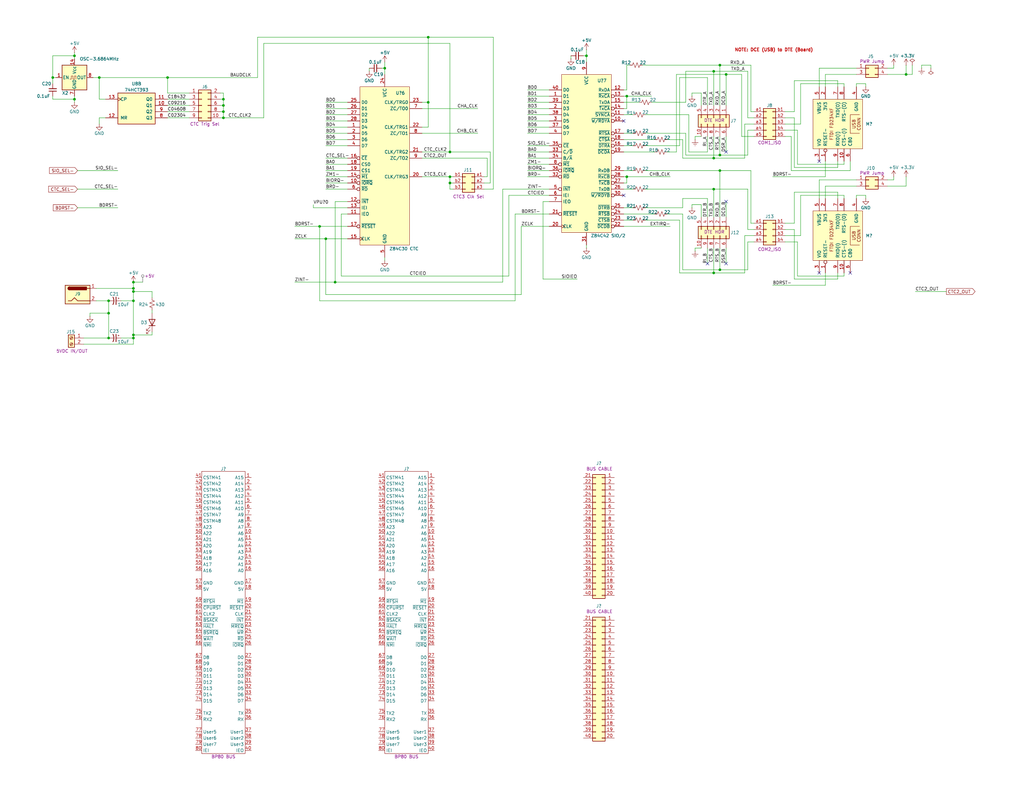
<source format=kicad_sch>
(kicad_sch (version 20250114) (generator "eeschema") (generator_version "9.0")
  (paper "User" 419.1 323.85)
  (title_block (title "CTC, SIO, KBD, SD, Disp, BP80 Bus") (date "2025-10-08") (rev "PR4") (company "SilkyDESIGN") (comment 1 "Copyright 2025 AESilky & SMcCown"))
  (lib_symbols
    (symbol "74xx:74LS393" (pin_names (offset 1.016))
      (property "Reference" "U" (at -7.62 8.89 0))
      (property "Value" "74LS393" (at -7.62 -8.89 0))
      (symbol "74LS393_1_0"
        (pin input clock (at -12.7 2.54 0) (length 5.08) (name "CP") (number "1"))
        (pin input line (at -12.7 -5.08 0) (length 5.08) (name "MR") (number "2"))
        (pin output line (at 12.7 2.54 180) (length 5.08) (name "Q0") (number "3"))
        (pin output line (at 12.7 0 180) (length 5.08) (name "Q1") (number "4"))
        (pin output line (at 12.7 -2.54 180) (length 5.08) (name "Q2") (number "5"))
        (pin output line (at 12.7 -5.08 180) (length 5.08) (name "Q3") (number "6"))
      )
      (symbol "74LS393_2_0"
        (pin input clock (at -12.7 2.54 0) (length 5.08) (name "CP") (number "13"))
        (pin input line (at -12.7 -5.08 0) (length 5.08) (name "MR") (number "12"))
        (pin output line (at 12.7 2.54 180) (length 5.08) (name "Q0") (number "11"))
        (pin output line (at 12.7 0 180) (length 5.08) (name "Q1") (number "10"))
        (pin output line (at 12.7 -2.54 180) (length 5.08) (name "Q2") (number "9"))
        (pin output line (at 12.7 -5.08 180) (length 5.08) (name "Q3") (number "8"))
      )
      (symbol "74LS393_3_0"
        (pin power_in line (at 0 12.7 270) (length 5.08) (name "VCC") (number "14"))
        (pin power_in line (at 0 -12.7 90) (length 5.08) (name "GND") (number "7"))
      )
    )
    (symbol "AES_Library:74HC14-AES" (pin_names (offset 1.016) (hide yes))
      (property "Reference" "U" (at 0 1.27 0))
      (property "Value" "74HC14-AES" (at 0 -1.27 0))
      (symbol "74HC14-AES_1_1"
        (pin input line (at -7.62 0 0) (length 3.81) (name "~") (number "1"))
        (pin output inverted (at 7.62 0 180) (length 3.81) (name "~") (number "2"))
      )
      (symbol "74HC14-AES_1_2"
        (pin input inverted (at -7.62 0 0) (length 3.81) (name "~") (number "1"))
        (pin output line (at 7.62 0 180) (length 3.81) (name "~") (number "2"))
      )
      (symbol "74HC14-AES_2_1"
        (pin input line (at -7.62 0 0) (length 3.81) (name "~") (number "3"))
        (pin output inverted (at 7.62 0 180) (length 3.81) (name "~") (number "4"))
      )
      (symbol "74HC14-AES_2_2"
        (pin input inverted (at -7.62 0 0) (length 3.81) (name "~") (number "3"))
        (pin output line (at 7.62 0 180) (length 3.81) (name "~") (number "4"))
      )
      (symbol "74HC14-AES_3_1"
        (pin input line (at -7.62 0 0) (length 3.81) (name "~") (number "5"))
        (pin output inverted (at 7.62 0 180) (length 3.81) (name "~") (number "6"))
      )
      (symbol "74HC14-AES_3_2"
        (pin input inverted (at -7.62 0 0) (length 3.81) (name "~") (number "5"))
        (pin output line (at 7.62 0 180) (length 3.81) (name "~") (number "6"))
      )
      (symbol "74HC14-AES_4_1"
        (pin input line (at -7.62 0 0) (length 3.81) (name "~") (number "9"))
        (pin output inverted (at 7.62 0 180) (length 3.81) (name "~") (number "8"))
      )
      (symbol "74HC14-AES_4_2"
        (pin input inverted (at -7.62 0 0) (length 3.81) (name "~") (number "9"))
        (pin output line (at 7.62 0 180) (length 3.81) (name "~") (number "8"))
      )
      (symbol "74HC14-AES_5_1"
        (pin input line (at -7.62 0 0) (length 3.81) (name "~") (number "11"))
        (pin output inverted (at 7.62 0 180) (length 3.81) (name "~") (number "10"))
      )
      (symbol "74HC14-AES_5_2"
        (pin input inverted (at -7.62 0 0) (length 3.81) (name "~") (number "11"))
        (pin output line (at 7.62 0 180) (length 3.81) (name "~") (number "10"))
      )
      (symbol "74HC14-AES_6_1"
        (pin input line (at -7.62 0 0) (length 3.81) (name "~") (number "13"))
        (pin output inverted (at 7.62 0 180) (length 3.81) (name "~") (number "12"))
      )
      (symbol "74HC14-AES_6_2"
        (pin input inverted (at -7.62 0 0) (length 3.81) (name "~") (number "13"))
        (pin output line (at 7.62 0 180) (length 3.81) (name "~") (number "12"))
      )
      (symbol "74HC14-AES_7_0"
        (pin power_in line (at 0 12.7 270) (length 5.08) (name "VCC") (number "14"))
        (pin power_in line (at 0 -12.7 90) (length 5.08) (name "GND") (number "7"))
      )
    )
    (symbol "AES_Library:AES-FTDI_FT234XF_USB_UART_Module" (pin_names (offset 1.016))
      (property "Reference" "U" (at 0 27.94 0))
      (symbol "AES-FTDI_FT234XF_USB_UART_Module_1_0"
        (text "FTDI FD234XF" (at 0 19.05 0) (effects (font (size 1.27 1.27))))
      )
      (symbol "AES-FTDI_FT234XF_USB_UART_Module_1_1"
        (text "USB\nCONN" (at 0 8.89 0) (effects (font (size 1.27 1.27))))
        (pin power_in line (at -15.24 24.13 0) (length 5.08) (name "VIO") (number "3"))
        (pin input inverted (at -15.24 21.59 0) (length 5.08) (name "RESET-") (number "1"))
        (pin input line (at -15.24 16.51 0) (length 5.08) (name "RXD(I)") (number "9"))
        (pin input line (at -15.24 13.97 0) (length 5.08) (name "CTS-(I)") (number "10"))
        (pin bidirectional line (at -15.24 11.43 0) (length 5.08) (name "CB0") (number "6"))
        (pin power_out line (at 15.24 24.13 180) (length 5.08) (name "VBUS") (number "5"))
        (pin power_out line (at 15.24 21.59 180) (length 5.08) (name "3V3") (number "2"))
        (pin output line (at 15.24 16.51 180) (length 5.08) (name "TXD(O)") (number "7"))
        (pin output line (at 15.24 13.97 180) (length 5.08) (name "RTS-(O)") (number "8"))
        (pin power_in line (at 15.24 8.89 180) (length 5.08) (name "GND") (number "4"))
      )
    )
    (symbol "AES_Library:BARREL_JACK-AES" (pin_names (hide yes))
      (property "Reference" "J" (at -0.508 0 0))
      (symbol "BARREL_JACK-AES_1_1"
        (pin power_out line (at 7.62 2.54 180) (length 2.54) (name "~") (number "1"))
        (pin power_out line (at 7.62 -2.54 180) (length 2.54) (name "~") (number "2"))
      )
    )
    (symbol "AES_Library:DTE_HDR-AES" (pin_names (offset 1.016) (hide yes))
      (property "Reference" "J" (at 1.27 7.62 0))
      (property "Value" "DTE_HDR-AES" (at 1.27 -7.62 0))
      (symbol "DTE_HDR-AES_1_1"
        (pin output line (at -5.08 5.08 0) (length 3.81) (name "DCD") (number "1"))
        (pin output line (at -5.08 2.54 0) (length 3.81) (name "RXD") (number "2"))
        (pin input line (at -5.08 0 0) (length 3.81) (name "TXD") (number "3"))
        (pin input line (at -5.08 -2.54 0) (length 3.81) (name "DTR") (number "4"))
        (pin power_in line (at -5.08 -5.08 0) (length 3.81) (name "GND") (number "5"))
        (pin output line (at 7.62 5.08 180) (length 3.81) (name "DSR") (number "6"))
        (pin input line (at 7.62 2.54 180) (length 3.81) (name "RTS") (number "7"))
        (pin output line (at 7.62 0 180) (length 3.81) (name "CTS") (number "8"))
        (pin output line (at 7.62 -2.54 180) (length 3.81) (name "RI") (number "9"))
        (pin power_in line (at 7.62 -5.08 180) (length 3.81) (name "CHGND") (number "10"))
      )
    )
    (symbol "AES_Library:RC2014_BUS_BP80-AES"
      (property "Reference" "J" (at 0 0 0))
      (symbol "RC2014_BUS_BP80-AES_1_0"
        (pin unspecified line (at -11.43 54.61 0) (length 2.54) (name "CSTM41") (number "41"))
        (pin unspecified line (at -11.43 52.07 0) (length 2.54) (name "CSTM42") (number "42"))
        (pin unspecified line (at -11.43 49.53 0) (length 2.54) (name "CSTM43") (number "43"))
        (pin unspecified line (at -11.43 46.99 0) (length 2.54) (name "CSTM44") (number "44"))
        (pin unspecified line (at -11.43 44.45 0) (length 2.54) (name "CSTM45") (number "45"))
        (pin unspecified line (at -11.43 41.91 0) (length 2.54) (name "CSTM46") (number "46"))
        (pin unspecified line (at -11.43 39.37 0) (length 2.54) (name "CSTM47") (number "47"))
        (pin unspecified line (at -11.43 36.83 0) (length 2.54) (name "CSTM48") (number "48"))
      )
      (symbol "RC2014_BUS_BP80-AES_1_1"
        (pin tri_state line (at -11.43 34.29 0) (length 2.54) (name "A23") (number "49"))
        (pin tri_state line (at -11.43 31.75 0) (length 2.54) (name "A22") (number "50"))
        (pin tri_state line (at -11.43 29.21 0) (length 2.54) (name "A21") (number "51"))
        (pin tri_state line (at -11.43 26.67 0) (length 2.54) (name "A20") (number "52"))
        (pin tri_state line (at -11.43 24.13 0) (length 2.54) (name "A19") (number "53"))
        (pin tri_state line (at -11.43 21.59 0) (length 2.54) (name "A18") (number "54"))
        (pin tri_state line (at -11.43 19.05 0) (length 2.54) (name "A17") (number "55"))
        (pin tri_state line (at -11.43 16.51 0) (length 2.54) (name "A16") (number "56"))
        (pin power_in line (at -11.43 11.43 0) (length 2.54) (name "GND") (number "57"))
        (pin power_in line (at -11.43 8.89 0) (length 2.54) (name "5V") (number "58"))
        (pin bidirectional line (at -11.43 3.81 0) (length 2.54) (name "~{RFSH}") (number "59"))
        (pin open_collector line (at -11.43 1.27 0) (length 2.54) (name "~{CPURST}") (number "60"))
        (pin bidirectional line (at -11.43 -1.27 0) (length 2.54) (name "CLK2") (number "61"))
        (pin bidirectional line (at -11.43 -3.81 0) (length 2.54) (name "~{BSACK}") (number "62"))
        (pin bidirectional line (at -11.43 -6.35 0) (length 2.54) (name "~{HALT}") (number "63"))
        (pin bidirectional line (at -11.43 -8.89 0) (length 2.54) (name "~{BSREQ}") (number "64"))
        (pin open_collector line (at -11.43 -11.43 0) (length 2.54) (name "~{WAIT}") (number "65"))
        (pin open_collector line (at -11.43 -13.97 0) (length 2.54) (name "~{NMI}") (number "66"))
        (pin tri_state line (at -11.43 -19.05 0) (length 2.54) (name "D8") (number "67"))
        (pin tri_state line (at -11.43 -21.59 0) (length 2.54) (name "D9") (number "68"))
        (pin tri_state line (at -11.43 -24.13 0) (length 2.54) (name "D10") (number "69"))
        (pin tri_state line (at -11.43 -26.67 0) (length 2.54) (name "D11") (number "70"))
        (pin tri_state line (at -11.43 -29.21 0) (length 2.54) (name "D12") (number "71"))
        (pin tri_state line (at -11.43 -31.75 0) (length 2.54) (name "D13") (number "72"))
        (pin tri_state line (at -11.43 -34.29 0) (length 2.54) (name "D14") (number "73"))
        (pin tri_state line (at -11.43 -36.83 0) (length 2.54) (name "D15") (number "74"))
        (pin bidirectional line (at -11.43 -41.91 0) (length 2.54) (name "TX2") (number "75"))
        (pin bidirectional line (at -11.43 -44.45 0) (length 2.54) (name "RX2") (number "76"))
        (pin free line (at -11.43 -49.53 0) (length 2.54) (name "User5") (number "77"))
        (pin free line (at -11.43 -52.07 0) (length 2.54) (name "User6") (number "78"))
        (pin free line (at -11.43 -54.61 0) (length 2.54) (name "User7") (number "79"))
        (pin input line (at -11.43 -57.15 0) (length 2.54) (name "IEI") (number "80"))
        (pin tri_state line (at 11.43 54.61 180) (length 2.54) (name "A15") (number "1"))
        (pin tri_state line (at 11.43 52.07 180) (length 2.54) (name "A14") (number "2"))
        (pin tri_state line (at 11.43 49.53 180) (length 2.54) (name "A13") (number "3"))
        (pin tri_state line (at 11.43 46.99 180) (length 2.54) (name "A12") (number "4"))
        (pin tri_state line (at 11.43 44.45 180) (length 2.54) (name "A11") (number "5"))
        (pin tri_state line (at 11.43 41.91 180) (length 2.54) (name "A10") (number "6"))
        (pin tri_state line (at 11.43 39.37 180) (length 2.54) (name "A9") (number "7"))
        (pin tri_state line (at 11.43 36.83 180) (length 2.54) (name "A8") (number "8"))
        (pin tri_state line (at 11.43 34.29 180) (length 2.54) (name "A7") (number "9"))
        (pin tri_state line (at 11.43 31.75 180) (length 2.54) (name "A6") (number "10"))
        (pin tri_state line (at 11.43 29.21 180) (length 2.54) (name "A5") (number "11"))
        (pin tri_state line (at 11.43 26.67 180) (length 2.54) (name "A4") (number "12"))
        (pin tri_state line (at 11.43 24.13 180) (length 2.54) (name "A3") (number "13"))
        (pin tri_state line (at 11.43 21.59 180) (length 2.54) (name "A2") (number "14"))
        (pin tri_state line (at 11.43 19.05 180) (length 2.54) (name "A1") (number "15"))
        (pin tri_state line (at 11.43 16.51 180) (length 2.54) (name "A0") (number "16"))
        (pin power_in line (at 11.43 11.43 180) (length 2.54) (name "GND") (number "17"))
        (pin power_in line (at 11.43 8.89 180) (length 2.54) (name "5V") (number "18"))
        (pin bidirectional line (at 11.43 3.81 180) (length 2.54) (name "~{M1}") (number "19"))
        (pin open_collector line (at 11.43 1.27 180) (length 2.54) (name "~{RESET}") (number "20"))
        (pin bidirectional line (at 11.43 -1.27 180) (length 2.54) (name "CLK") (number "21"))
        (pin open_collector line (at 11.43 -3.81 180) (length 2.54) (name "~{INT}") (number "22"))
        (pin tri_state line (at 11.43 -6.35 180) (length 2.54) (name "~{MREQ}") (number "23"))
        (pin tri_state line (at 11.43 -8.89 180) (length 2.54) (name "~{WR}") (number "24"))
        (pin tri_state line (at 11.43 -11.43 180) (length 2.54) (name "~{RD}") (number "25"))
        (pin tri_state line (at 11.43 -13.97 180) (length 2.54) (name "~{IORQ}") (number "26"))
        (pin tri_state line (at 11.43 -19.05 180) (length 2.54) (name "D0") (number "27"))
        (pin tri_state line (at 11.43 -21.59 180) (length 2.54) (name "D1") (number "28"))
        (pin tri_state line (at 11.43 -24.13 180) (length 2.54) (name "D2") (number "29"))
        (pin tri_state line (at 11.43 -26.67 180) (length 2.54) (name "D3") (number "30"))
        (pin tri_state line (at 11.43 -29.21 180) (length 2.54) (name "D4") (number "31"))
        (pin tri_state line (at 11.43 -31.75 180) (length 2.54) (name "D5") (number "32"))
        (pin tri_state line (at 11.43 -34.29 180) (length 2.54) (name "D6") (number "33"))
        (pin tri_state line (at 11.43 -36.83 180) (length 2.54) (name "D7") (number "34"))
        (pin bidirectional line (at 11.43 -41.91 180) (length 2.54) (name "TX") (number "35"))
        (pin bidirectional line (at 11.43 -44.45 180) (length 2.54) (name "RX") (number "36"))
        (pin free line (at 11.43 -49.53 180) (length 2.54) (name "User1") (number "37"))
        (pin free line (at 11.43 -52.07 180) (length 2.54) (name "User2") (number "38"))
        (pin free line (at 11.43 -54.61 180) (length 2.54) (name "User3") (number "39"))
        (pin output line (at 11.43 -57.15 180) (length 2.54) (name "IEO") (number "40"))
      )
    )
    (symbol "AES_Library:R_PWRSRC_sm-AES" (pin_numbers (hide yes)) (pin_names (offset 0.254) (hide yes))
      (property "Reference" "R" (at 0.762 0.508 0))
      (property "Value" "R_PWRSRC_sm-AES" (at 0.762 -1.016 0))
      (symbol "R_PWRSRC_sm-AES_1_1"
        (pin power_in line (at 0 2.54 270) (length 1.016) (name "~") (number "1"))
        (pin power_out line (at 0 -2.54 90) (length 1.016) (name "~") (number "2"))
      )
    )
    (symbol "AES_Library:Z84C30CTC-AES"
      (property "Reference" "U" (at 0 0 0))
      (symbol "Z84C30CTC-AES_1_1"
        (pin bidirectional line (at -15.24 22.86 0) (length 5.08) (name "D0") (number "25"))
        (pin bidirectional line (at -15.24 20.32 0) (length 5.08) (name "D1") (number "26"))
        (pin bidirectional line (at -15.24 17.78 0) (length 5.08) (name "D2") (number "27"))
        (pin bidirectional line (at -15.24 15.24 0) (length 5.08) (name "D3") (number "28"))
        (pin bidirectional line (at -15.24 12.7 0) (length 5.08) (name "D4") (number "1"))
        (pin bidirectional line (at -15.24 10.16 0) (length 5.08) (name "D5") (number "2"))
        (pin bidirectional line (at -15.24 7.62 0) (length 5.08) (name "D6") (number "3"))
        (pin bidirectional line (at -15.24 5.08 0) (length 5.08) (name "D7") (number "4"))
        (pin input inverted (at -15.24 0 0) (length 5.08) (name "~{CE}") (number "16"))
        (pin input line (at -15.24 -2.54 0) (length 5.08) (name "CS0") (number "18"))
        (pin input line (at -15.24 -5.08 0) (length 5.08) (name "CS1") (number "19"))
        (pin input inverted (at -15.24 -7.62 0) (length 5.08) (name "~{M1}") (number "14"))
        (pin input inverted (at -15.24 -10.16 0) (length 5.08) (name "~{IORQ}") (number "10"))
        (pin input inverted (at -15.24 -12.7 0) (length 5.08) (name "~{RD}") (number "6"))
        (pin open_collector inverted (at -15.24 -17.78 0) (length 5.08) (name "~{INT}") (number "12"))
        (pin input line (at -15.24 -20.32 0) (length 5.08) (name "IEI") (number "13"))
        (pin output line (at -15.24 -22.86 0) (length 5.08) (name "IEO") (number "11"))
        (pin input inverted (at -15.24 -27.94 0) (length 5.08) (name "~{RESET}") (number "17"))
        (pin input clock (at -15.24 -33.02 0) (length 5.08) (name "CLK") (number "15"))
        (pin power_in line (at 0 34.29 270) (length 5.08) (name "VCC") (number "24"))
        (pin power_in line (at 0 -40.64 90) (length 5.08) (name "GND") (number "5"))
        (pin input line (at 15.24 22.86 180) (length 5.08) (name "CLK/TRG0") (number "23"))
        (pin output line (at 15.24 20.32 180) (length 5.08) (name "ZC/TO0") (number "7"))
        (pin input line (at 15.24 12.7 180) (length 5.08) (name "CLK/TRG1") (number "22"))
        (pin output line (at 15.24 10.16 180) (length 5.08) (name "ZC/TO1") (number "8"))
        (pin input line (at 15.24 2.54 180) (length 5.08) (name "CLK/TRG2") (number "21"))
        (pin output line (at 15.24 0 180) (length 5.08) (name "ZC/TO2") (number "9"))
        (pin input line (at 15.24 -7.62 180) (length 5.08) (name "CLK/TRG3") (number "20"))
      )
    )
    (symbol "AES_Library:Z84C42SIO2-AES"
      (property "Reference" "U" (at 0 0 0))
      (symbol "Z84C42SIO2-AES_1_1"
        (pin bidirectional line (at -15.24 27.94 0) (length 5.08) (name "D0") (number "40"))
        (pin bidirectional line (at -15.24 25.4 0) (length 5.08) (name "D1") (number "1"))
        (pin bidirectional line (at -15.24 22.86 0) (length 5.08) (name "D2") (number "39"))
        (pin bidirectional line (at -15.24 20.32 0) (length 5.08) (name "D3") (number "2"))
        (pin bidirectional line (at -15.24 17.78 0) (length 5.08) (name "D4") (number "38"))
        (pin bidirectional line (at -15.24 15.24 0) (length 5.08) (name "D5") (number "3"))
        (pin bidirectional line (at -15.24 12.7 0) (length 5.08) (name "D6") (number "37"))
        (pin bidirectional line (at -15.24 10.16 0) (length 5.08) (name "D7") (number "4"))
        (pin input inverted (at -15.24 5.08 0) (length 5.08) (name "~{CE}") (number "35"))
        (pin input line (at -15.24 2.54 0) (length 5.08) (name "C/~{D}") (number "33"))
        (pin input line (at -15.24 0 0) (length 5.08) (name "B/~{A}") (number "34"))
        (pin input inverted (at -15.24 -2.54 0) (length 5.08) (name "~{M1}") (number "8"))
        (pin input inverted (at -15.24 -5.08 0) (length 5.08) (name "~{IORQ}") (number "36"))
        (pin input inverted (at -15.24 -7.62 0) (length 5.08) (name "~{RD}") (number "32"))
        (pin open_collector inverted (at -15.24 -12.7 0) (length 5.08) (name "~{INT}") (number "5"))
        (pin input line (at -15.24 -15.24 0) (length 5.08) (name "IEI") (number "6"))
        (pin output line (at -15.24 -17.78 0) (length 5.08) (name "IEO") (number "7"))
        (pin input inverted (at -15.24 -22.86 0) (length 5.08) (name "~{RESET}") (number "21"))
        (pin input clock (at -15.24 -27.94 0) (length 5.08) (name "CLK") (number "20"))
        (pin power_in line (at 0 39.37 270) (length 5.08) (name "VCC") (number "9"))
        (pin power_in line (at 0 -35.56 90) (length 5.08) (name "GND") (number "31"))
        (pin input line (at 15.24 27.94 180) (length 5.08) (name "RxDA") (number "12"))
        (pin input inverted (at 15.24 25.4 180) (length 5.08) (name "~{RxCA}") (number "13"))
        (pin output line (at 15.24 22.86 180) (length 5.08) (name "TxDA") (number "15"))
        (pin input inverted (at 15.24 20.32 180) (length 5.08) (name "~{TxCA}") (number "14"))
        (pin output inverted (at 15.24 17.78 180) (length 5.08) (name "~{SYNCA}") (number "11"))
        (pin output inverted (at 15.24 15.24 180) (length 5.08) (name "~{W/RDYA}") (number "10"))
        (pin output inverted (at 15.24 10.16 180) (length 5.08) (name "~{RTSA}") (number "17"))
        (pin input inverted (at 15.24 7.62 180) (length 5.08) (name "~{CTSA}") (number "18"))
        (pin output inverted (at 15.24 5.08 180) (length 5.08) (name "~{DTRA}") (number "16"))
        (pin input inverted (at 15.24 2.54 180) (length 5.08) (name "~{DCDA}") (number "19"))
        (pin input line (at 15.24 -5.08 180) (length 5.08) (name "RxDB") (number "29"))
        (pin input inverted (at 15.24 -7.62 180) (length 5.08) (name "~{RxCB}") (number "28"))
        (pin input inverted (at 15.24 -10.16 180) (length 5.08) (name "~{TxCB}") (number "27"))
        (pin output line (at 15.24 -12.7 180) (length 5.08) (name "TxDB") (number "26"))
        (pin output inverted (at 15.24 -15.24 180) (length 5.08) (name "~{W/RDYB}") (number "30"))
        (pin output inverted (at 15.24 -20.32 180) (length 5.08) (name "~{DTRB}") (number "25"))
        (pin output inverted (at 15.24 -22.86 180) (length 5.08) (name "~{RTSB}") (number "24"))
        (pin input inverted (at 15.24 -25.4 180) (length 5.08) (name "~{CTSB}") (number "23"))
        (pin input inverted (at 15.24 -27.94 180) (length 5.08) (name "~{DCDB}") (number "22"))
      )
    )
    (symbol "Connector:Screw_Terminal_01x02" (pin_names (offset 1.016) (hide yes))
      (property "Reference" "J" (at 0 2.54 0))
      (property "Value" "Screw_Terminal_01x02" (at 0 -5.08 0))
      (symbol "Screw_Terminal_01x02_1_1"
        (pin passive line (at -5.08 0 0) (length 3.81) (name "Pin_1") (number "1"))
        (pin passive line (at -5.08 -2.54 0) (length 3.81) (name "Pin_2") (number "2"))
      )
    )
    (symbol "Connector_Generic:Conn_02x02_Odd_Even" (pin_names (offset 1.016) (hide yes))
      (property "Reference" "J" (at 1.27 2.54 0))
      (property "Value" "Conn_02x02_Odd_Even" (at 1.27 -5.08 0))
      (symbol "Conn_02x02_Odd_Even_1_1"
        (pin passive line (at -5.08 0 0) (length 3.81) (name "Pin_1") (number "1"))
        (pin passive line (at -5.08 -2.54 0) (length 3.81) (name "Pin_3") (number "3"))
        (pin passive line (at 7.62 0 180) (length 3.81) (name "Pin_2") (number "2"))
        (pin passive line (at 7.62 -2.54 180) (length 3.81) (name "Pin_4") (number "4"))
      )
    )
    (symbol "Connector_Generic:Conn_02x03_Row_Letter_First" (pin_names (offset 1.016) (hide yes))
      (property "Reference" "J" (at 1.27 5.08 0))
      (property "Value" "Conn_02x03_Row_Letter_First" (at 1.27 -5.08 0))
      (symbol "Conn_02x03_Row_Letter_First_1_1"
        (pin passive line (at -5.08 2.54 0) (length 3.81) (name "Pin_a1") (number "a1"))
        (pin passive line (at -5.08 0 0) (length 3.81) (name "Pin_a2") (number "a2"))
        (pin passive line (at -5.08 -2.54 0) (length 3.81) (name "Pin_a3") (number "a3"))
        (pin passive line (at 7.62 2.54 180) (length 3.81) (name "Pin_b1") (number "b1"))
        (pin passive line (at 7.62 0 180) (length 3.81) (name "Pin_b2") (number "b2"))
        (pin passive line (at 7.62 -2.54 180) (length 3.81) (name "Pin_b3") (number "b3"))
      )
    )
    (symbol "Connector_Generic:Conn_02x04_Row_Letter_First" (pin_names (offset 1.016) (hide yes))
      (property "Reference" "J" (at 1.27 5.08 0))
      (property "Value" "Conn_02x04_Row_Letter_First" (at 1.27 -7.62 0))
      (symbol "Conn_02x04_Row_Letter_First_1_1"
        (pin passive line (at -5.08 2.54 0) (length 3.81) (name "Pin_a1") (number "a1"))
        (pin passive line (at -5.08 0 0) (length 3.81) (name "Pin_a2") (number "a2"))
        (pin passive line (at -5.08 -2.54 0) (length 3.81) (name "Pin_a3") (number "a3"))
        (pin passive line (at -5.08 -5.08 0) (length 3.81) (name "Pin_a4") (number "a4"))
        (pin passive line (at 7.62 2.54 180) (length 3.81) (name "Pin_b1") (number "b1"))
        (pin passive line (at 7.62 0 180) (length 3.81) (name "Pin_b2") (number "b2"))
        (pin passive line (at 7.62 -2.54 180) (length 3.81) (name "Pin_b3") (number "b3"))
        (pin passive line (at 7.62 -5.08 180) (length 3.81) (name "Pin_b4") (number "b4"))
      )
    )
    (symbol "Connector_Generic:Conn_02x05_Odd_Even" (pin_names (offset 1.016) (hide yes))
      (property "Reference" "J" (at 1.27 7.62 0))
      (property "Value" "Conn_02x05_Odd_Even" (at 1.27 -7.62 0))
      (symbol "Conn_02x05_Odd_Even_1_1"
        (pin passive line (at -5.08 5.08 0) (length 3.81) (name "Pin_1") (number "1"))
        (pin passive line (at -5.08 2.54 0) (length 3.81) (name "Pin_3") (number "3"))
        (pin passive line (at -5.08 0 0) (length 3.81) (name "Pin_5") (number "5"))
        (pin passive line (at -5.08 -2.54 0) (length 3.81) (name "Pin_7") (number "7"))
        (pin passive line (at -5.08 -5.08 0) (length 3.81) (name "Pin_9") (number "9"))
        (pin passive line (at 7.62 5.08 180) (length 3.81) (name "Pin_2") (number "2"))
        (pin passive line (at 7.62 2.54 180) (length 3.81) (name "Pin_4") (number "4"))
        (pin passive line (at 7.62 0 180) (length 3.81) (name "Pin_6") (number "6"))
        (pin passive line (at 7.62 -2.54 180) (length 3.81) (name "Pin_8") (number "8"))
        (pin passive line (at 7.62 -5.08 180) (length 3.81) (name "Pin_10") (number "10"))
      )
    )
    (symbol "Connector_Generic:Conn_02x05_Row_Letter_First" (pin_names (offset 1.016) (hide yes))
      (property "Reference" "J" (at 1.27 7.62 0))
      (property "Value" "Conn_02x05_Row_Letter_First" (at 1.27 -7.62 0))
      (symbol "Conn_02x05_Row_Letter_First_1_1"
        (pin passive line (at -5.08 5.08 0) (length 3.81) (name "Pin_a1") (number "a1"))
        (pin passive line (at -5.08 2.54 0) (length 3.81) (name "Pin_a2") (number "a2"))
        (pin passive line (at -5.08 0 0) (length 3.81) (name "Pin_a3") (number "a3"))
        (pin passive line (at -5.08 -2.54 0) (length 3.81) (name "Pin_a4") (number "a4"))
        (pin passive line (at -5.08 -5.08 0) (length 3.81) (name "Pin_a5") (number "a5"))
        (pin passive line (at 7.62 5.08 180) (length 3.81) (name "Pin_b1") (number "b1"))
        (pin passive line (at 7.62 2.54 180) (length 3.81) (name "Pin_b2") (number "b2"))
        (pin passive line (at 7.62 0 180) (length 3.81) (name "Pin_b3") (number "b3"))
        (pin passive line (at 7.62 -2.54 180) (length 3.81) (name "Pin_b4") (number "b4"))
        (pin passive line (at 7.62 -5.08 180) (length 3.81) (name "Pin_b5") (number "b5"))
      )
    )
    (symbol "Connector_Generic:Conn_02x20_Top_Bottom" (pin_names (offset 1.016) (hide yes))
      (property "Reference" "J" (at 1.27 25.4 0))
      (property "Value" "Conn_02x20_Top_Bottom" (at 1.27 -27.94 0))
      (symbol "Conn_02x20_Top_Bottom_1_1"
        (pin passive line (at -5.08 22.86 0) (length 3.81) (name "Pin_1") (number "1"))
        (pin passive line (at -5.08 20.32 0) (length 3.81) (name "Pin_2") (number "2"))
        (pin passive line (at -5.08 17.78 0) (length 3.81) (name "Pin_3") (number "3"))
        (pin passive line (at -5.08 15.24 0) (length 3.81) (name "Pin_4") (number "4"))
        (pin passive line (at -5.08 12.7 0) (length 3.81) (name "Pin_5") (number "5"))
        (pin passive line (at -5.08 10.16 0) (length 3.81) (name "Pin_6") (number "6"))
        (pin passive line (at -5.08 7.62 0) (length 3.81) (name "Pin_7") (number "7"))
        (pin passive line (at -5.08 5.08 0) (length 3.81) (name "Pin_8") (number "8"))
        (pin passive line (at -5.08 2.54 0) (length 3.81) (name "Pin_9") (number "9"))
        (pin passive line (at -5.08 0 0) (length 3.81) (name "Pin_10") (number "10"))
        (pin passive line (at -5.08 -2.54 0) (length 3.81) (name "Pin_11") (number "11"))
        (pin passive line (at -5.08 -5.08 0) (length 3.81) (name "Pin_12") (number "12"))
        (pin passive line (at -5.08 -7.62 0) (length 3.81) (name "Pin_13") (number "13"))
        (pin passive line (at -5.08 -10.16 0) (length 3.81) (name "Pin_14") (number "14"))
        (pin passive line (at -5.08 -12.7 0) (length 3.81) (name "Pin_15") (number "15"))
        (pin passive line (at -5.08 -15.24 0) (length 3.81) (name "Pin_16") (number "16"))
        (pin passive line (at -5.08 -17.78 0) (length 3.81) (name "Pin_17") (number "17"))
        (pin passive line (at -5.08 -20.32 0) (length 3.81) (name "Pin_18") (number "18"))
        (pin passive line (at -5.08 -22.86 0) (length 3.81) (name "Pin_19") (number "19"))
        (pin passive line (at -5.08 -25.4 0) (length 3.81) (name "Pin_20") (number "20"))
        (pin passive line (at 7.62 22.86 180) (length 3.81) (name "Pin_21") (number "21"))
        (pin passive line (at 7.62 20.32 180) (length 3.81) (name "Pin_22") (number "22"))
        (pin passive line (at 7.62 17.78 180) (length 3.81) (name "Pin_23") (number "23"))
        (pin passive line (at 7.62 15.24 180) (length 3.81) (name "Pin_24") (number "24"))
        (pin passive line (at 7.62 12.7 180) (length 3.81) (name "Pin_25") (number "25"))
        (pin passive line (at 7.62 10.16 180) (length 3.81) (name "Pin_26") (number "26"))
        (pin passive line (at 7.62 7.62 180) (length 3.81) (name "Pin_27") (number "27"))
        (pin passive line (at 7.62 5.08 180) (length 3.81) (name "Pin_28") (number "28"))
        (pin passive line (at 7.62 2.54 180) (length 3.81) (name "Pin_29") (number "29"))
        (pin passive line (at 7.62 0 180) (length 3.81) (name "Pin_30") (number "30"))
        (pin passive line (at 7.62 -2.54 180) (length 3.81) (name "Pin_31") (number "31"))
        (pin passive line (at 7.62 -5.08 180) (length 3.81) (name "Pin_32") (number "32"))
        (pin passive line (at 7.62 -7.62 180) (length 3.81) (name "Pin_33") (number "33"))
        (pin passive line (at 7.62 -10.16 180) (length 3.81) (name "Pin_34") (number "34"))
        (pin passive line (at 7.62 -12.7 180) (length 3.81) (name "Pin_35") (number "35"))
        (pin passive line (at 7.62 -15.24 180) (length 3.81) (name "Pin_36") (number "36"))
        (pin passive line (at 7.62 -17.78 180) (length 3.81) (name "Pin_37") (number "37"))
        (pin passive line (at 7.62 -20.32 180) (length 3.81) (name "Pin_38") (number "38"))
        (pin passive line (at 7.62 -22.86 180) (length 3.81) (name "Pin_39") (number "39"))
        (pin passive line (at 7.62 -25.4 180) (length 3.81) (name "Pin_40") (number "40"))
      )
    )
    (symbol "Device:C_Polarized_Small_US" (pin_numbers (hide yes)) (pin_names (offset 0.254) (hide yes))
      (property "Reference" "C" (at 0.254 1.778 0))
      (property "Value" "C_Polarized_Small_US" (at 0.254 -2.032 0))
      (symbol "C_Polarized_Small_US_1_1"
        (pin passive line (at 0 2.54 270) (length 2.032) (name "~") (number "1"))
        (pin passive line (at 0 -2.54 90) (length 2.032) (name "~") (number "2"))
      )
    )
    (symbol "Device:C_Small" (pin_numbers (hide yes)) (pin_names (offset 0.254) (hide yes))
      (property "Reference" "C" (at 0.254 1.778 0))
      (property "Value" "C_Small" (at 0.254 -2.032 0))
      (symbol "C_Small_1_1"
        (pin passive line (at 0 2.54 270) (length 2.032) (name "~") (number "1"))
        (pin passive line (at 0 -2.54 90) (length 2.032) (name "~") (number "2"))
      )
    )
    (symbol "Device:LED" (pin_numbers (hide yes)) (pin_names (offset 1.016) (hide yes))
      (property "Reference" "D" (at 0 2.54 0))
      (property "Value" "LED" (at 0 -2.54 0))
      (symbol "LED_1_1"
        (pin passive line (at -3.81 0 0) (length 2.54) (name "K") (number "1"))
        (pin passive line (at 3.81 0 180) (length 2.54) (name "A") (number "2"))
      )
    )
    (symbol "Device:R_Potentiometer_US" (pin_names (offset 1.016) (hide yes))
      (property "Reference" "RV" (at -4.445 0 90))
      (property "Value" "R_Potentiometer_US" (at -2.54 0 90))
      (symbol "R_Potentiometer_US_1_1"
        (pin passive line (at 0 3.81 270) (length 1.27) (name "1") (number "1"))
        (pin passive line (at 0 -3.81 90) (length 1.27) (name "3") (number "3"))
        (pin passive line (at 3.81 0 180) (length 1.27) (name "2") (number "2"))
      )
    )
    (symbol "Device:R_Small_US" (pin_numbers (hide yes)) (pin_names (offset 0.254) (hide yes))
      (property "Reference" "R" (at 0.762 0.508 0))
      (property "Value" "R_Small_US" (at 0.762 -1.016 0))
      (symbol "R_Small_US_1_1"
        (pin passive line (at 0 2.54 270) (length 1.016) (name "~") (number "1"))
        (pin passive line (at 0 -2.54 90) (length 1.016) (name "~") (number "2"))
      )
    )
    (symbol "Display_Character:WC1602A"
      (property "Reference" "DS" (at -5.842 19.05 0))
      (property "Value" "WC1602A" (at 5.334 19.05 0))
      (symbol "WC1602A_1_1"
        (pin input line (at -10.16 15.24 0) (length 2.54) (name "E") (number "6"))
        (pin input line (at -10.16 12.7 0) (length 2.54) (name "R/W") (number "5"))
        (pin input line (at -10.16 10.16 0) (length 2.54) (name "RS") (number "4"))
        (pin input line (at -10.16 2.54 0) (length 2.54) (name "D0") (number "7"))
        (pin input line (at -10.16 0 0) (length 2.54) (name "D1") (number "8"))
        (pin input line (at -10.16 -2.54 0) (length 2.54) (name "D2") (number "9"))
        (pin input line (at -10.16 -5.08 0) (length 2.54) (name "D3") (number "10"))
        (pin input line (at -10.16 -7.62 0) (length 2.54) (name "D4") (number "11"))
        (pin input line (at -10.16 -10.16 0) (length 2.54) (name "D5") (number "12"))
        (pin input line (at -10.16 -12.7 0) (length 2.54) (name "D6") (number "13"))
        (pin input line (at -10.16 -15.24 0) (length 2.54) (name "D7") (number "14"))
        (pin power_in line (at 0 20.32 270) (length 2.54) (name "VDD") (number "2"))
        (pin power_in line (at 0 -20.32 90) (length 2.54) (name "VSS") (number "1"))
        (pin input line (at 10.16 15.24 180) (length 2.54) (name "VO") (number "3"))
        (pin power_in line (at 10.16 7.62 180) (length 2.54) (name "LED(+)") (number "15"))
        (pin power_in line (at 10.16 5.08 180) (length 2.54) (name "LED(-)") (number "16"))
      )
    )
    (symbol "Oscillator:CXO_DIP14" (pin_names (offset 0.254))
      (property "Reference" "Y" (at -5.08 6.35 0))
      (property "Value" "CXO_DIP14" (at 1.27 -6.35 0))
      (symbol "CXO_DIP14_1_1"
        (pin input line (at -7.62 0 0) (length 2.54) (name "EN") (number "1"))
        (pin power_in line (at 0 7.62 270) (length 2.54) (name "Vcc") (number "14"))
        (pin power_in line (at 0 -7.62 90) (length 2.54) (name "GND") (number "7"))
        (pin output line (at 7.62 0 180) (length 2.54) (name "OUT") (number "8"))
      )
    )
    (symbol "Transistor_BJT:MMBT3904" (pin_names (offset 0) (hide yes))
      (property "Reference" "Q" (at 5.08 1.905 0))
      (property "Value" "MMBT3904" (at 5.08 0 0))
      (symbol "MMBT3904_1_1"
        (pin input line (at -5.08 0 0) (length 2.54) (name "B") (number "1"))
        (pin passive line (at 2.54 5.08 270) (length 2.54) (name "C") (number "3"))
        (pin passive line (at 2.54 -5.08 90) (length 2.54) (name "E") (number "2"))
      )
    )
    (symbol "power:+3.3V" (power) (pin_numbers (hide yes)) (pin_names (offset 0) (hide yes))
      (property "Value" "+3.3V" (at 0 3.556 0))
      (symbol "+3.3V_1_1"
        (pin power_in line (at 0 0 90) (length 0) (name "~") (number "1"))
      )
    )
    (symbol "power:+5V" (power) (pin_numbers (hide yes)) (pin_names (offset 0) (hide yes))
      (property "Value" "+5V" (at 0 3.556 0))
      (symbol "+5V_1_1"
        (pin power_in line (at 0 0 90) (length 0) (name "~") (number "1"))
      )
    )
    (symbol "power:Earth" (power) (pin_numbers (hide yes)) (pin_names (offset 0) (hide yes))
      (property "Value" "Earth" (at 0 -3.81 0))
      (symbol "Earth_1_1"
        (pin power_in line (at 0 0 270) (length 0) (name "~") (number "1"))
      )
    )
    (symbol "power:GND" (power) (pin_numbers (hide yes)) (pin_names (offset 0) (hide yes))
      (property "Value" "GND" (at 0 -3.81 0))
      (symbol "GND_1_1"
        (pin power_in line (at 0 0 270) (length 0) (name "~") (number "1"))
      )
    )
    (symbol "power:PWR_FLAG" (power) (pin_numbers (hide yes)) (pin_names (offset 0) (hide yes))
      (property "Value" "PWR_FLAG" (at 0 3.81 0))
      (symbol "PWR_FLAG_0_0"
        (pin power_out line (at 0 0 90) (length 0) (name "~") (number "1"))
      )
    )
  )
  (text "NOTE: DCE (USB) to DTE (Board)" (at 316.738 20.574 0) (effects (font (size 1.27 1.27) (thickness 0.254) (bold yes))))
  (text_box "LCD Display Module" (exclude_from_sim yes) (at 434.34 171.45 0) (size 83.82 67.31) (margins 0.9525 0.9525 0.9525 0.9525) (stroke (width 0) (type dash) (color 0 0 194 1)) (effects (font (size 1.27 1.27)) (justify top)))
  (junction (at -20.32 285.75))
  (junction (at 91.44 48.26))
  (junction (at 54.61 119.38))
  (junction (at 184.15 74.93))
  (junction (at 294.64 26.67))
  (junction (at 294.64 63.5))
  (junction (at 54.61 123.19))
  (junction (at 175.26 15.24))
  (junction (at 459.74 160.02))
  (junction (at 184.15 62.23))
  (junction (at 256.54 39.37))
  (junction (at 292.1 29.21))
  (junction (at 54.61 115.57))
  (junction (at 292.1 77.47))
  (junction (at 44.45 123.19))
  (junction (at 137.16 115.57))
  (junction (at 292.1 111.76))
  (junction (at -20.32 288.29))
  (junction (at 294.64 110.49))
  (junction (at 91.44 43.18))
  (junction (at 130.81 92.71))
  (junction (at 30.48 22.86))
  (junction (at 256.54 72.39))
  (junction (at 459.74 157.48))
  (junction (at 54.61 137.16))
  (junction (at 54.61 138.43))
  (junction (at 68.58 31.75))
  (junction (at 459.74 162.56))
  (junction (at 44.45 128.27))
  (junction (at 294.64 69.85))
  (junction (at 44.45 138.43))
  (junction (at -20.32 290.83))
  (junction (at 157.48 27.94))
  (junction (at 91.44 40.64))
  (junction (at 91.44 45.72))
  (junction (at 240.03 22.86))
  (junction (at 297.18 30.48))
  (junction (at 30.48 40.64))
  (junction (at 54.61 118.11))
  (junction (at 175.26 41.91))
  (junction (at 21.59 31.75))
  (junction (at 370.84 30.48))
  (junction (at 292.1 64.77))
  (junction (at 483.87 185.42))
  (junction (at 40.64 31.75))
  (junction (at 133.35 97.79))
  (junction (at 184.15 72.39))
  (no_connect (at 255.27 49.53))
  (no_connect (at 335.28 66.04))
  (no_connect (at 297.18 62.23))
  (no_connect (at 297.18 82.55))
  (no_connect (at 347.98 111.76))
  (no_connect (at 335.28 111.76))
  (no_connect (at 255.27 80.01))
  (no_connect (at 297.18 107.95))
  (no_connect (at 289.56 107.95))
  (bus_entry (at -63.5 40.64) (size 2.54 2.54))
  (bus_entry (at -63.5 38.1) (size 2.54 2.54))
  (bus_entry (at 461.01 218.44) (size 2.54 2.54))
  (bus_entry (at 461.01 215.9) (size 2.54 2.54))
  (bus_entry (at 461.01 205.74) (size 2.54 2.54))
  (bus_entry (at 461.01 220.98) (size 2.54 2.54))
  (bus_entry (at 461.01 213.36) (size 2.54 2.54))
  (bus_entry (at 461.01 208.28) (size 2.54 2.54))
  (bus_entry (at 461.01 223.52) (size 2.54 2.54))
  (bus_entry (at -63.5 43.18) (size 2.54 2.54))
  (bus_entry (at 461.01 210.82) (size 2.54 2.54))
  (bus_entry (at -63.5 35.56) (size 2.54 2.54))
  (wire (pts (xy 342.9 111.76) (xy 342.9 114.3)))
  (wire (pts (xy 279.4 64.77) (xy 292.1 64.77)))
  (wire (pts (xy 120.65 115.57) (xy 137.16 115.57)))
  (wire (pts (xy 494.03 231.14) (xy 508 231.14)))
  (wire (pts (xy 68.58 40.64) (xy 77.47 40.64)))
  (wire (pts (xy 345.44 67.31) (xy 345.44 66.04)))
  (wire (pts (xy 172.72 64.77) (xy 199.39 64.77)))
  (wire (pts (xy 31.75 77.47) (xy 48.26 77.47)))
  (wire (pts (xy 224.79 82.55) (xy 222.25 82.55)))
  (wire (pts (xy 276.86 30.48) (xy 297.18 30.48)))
  (wire (pts (xy 255.27 54.61) (xy 259.08 54.61)))
  (wire (pts (xy 294.64 110.49) (xy 306.07 110.49)))
  (wire (pts (xy 294.64 26.67) (xy 294.64 43.18)))
  (wire (pts (xy 184.15 72.39) (xy 184.15 74.93)))
  (wire (pts (xy 40.64 48.26) (xy 40.64 50.8)))
  (wire (pts (xy 240.03 20.32) (xy 240.03 22.86)))
  (wire (pts (xy 463.55 218.44) (xy 473.71 218.44)))
  (wire (pts (xy 297.18 82.55) (xy 297.18 88.9)))
  (wire (pts (xy 284.48 57.15) (xy 284.48 55.88)))
  (wire (pts (xy 142.24 87.63) (xy 139.7 87.63)))
  (wire (pts (xy 215.9 52.07) (xy 224.79 52.07)))
  (wire (pts (xy 34.29 140.97) (xy 54.61 140.97)))
  (bus (pts (xy -63.5 24.13) (xy -63.5 35.56)))
  (wire (pts (xy 292.1 55.88) (xy 292.1 64.77)))
  (wire (pts (xy 278.13 59.69) (xy 278.13 31.75)))
  (wire (pts (xy 303.53 30.48) (xy 297.18 30.48)))
  (wire (pts (xy 483.87 185.42) (xy 483.87 190.5)))
  (wire (pts (xy 433.07 260.35) (xy 500.38 260.35)))
  (wire (pts (xy 264.16 77.47) (xy 292.1 77.47)))
  (bus (pts (xy -80.01 57.15) (xy -59.69 57.15)))
  (wire (pts (xy 262.89 26.67) (xy 294.64 26.67)))
  (wire (pts (xy 198.12 77.47) (xy 201.93 77.47)))
  (wire (pts (xy 458.47 165.1) (xy 459.74 165.1)))
  (wire (pts (xy 280.67 41.91) (xy 280.67 29.21)))
  (wire (pts (xy 459.74 160.02) (xy 459.74 162.56)))
  (wire (pts (xy 215.9 67.31) (xy 224.79 67.31)))
  (wire (pts (xy 273.05 62.23) (xy 276.86 62.23)))
  (wire (pts (xy 363.22 73.66) (xy 365.76 73.66)))
  (wire (pts (xy 175.26 41.91) (xy 175.26 52.07)))
  (wire (pts (xy 68.58 31.75) (xy 105.41 31.75)))
  (wire (pts (xy 215.9 69.85) (xy 224.79 69.85)))
  (wire (pts (xy 289.56 107.95) (xy 289.56 101.6)))
  (wire (pts (xy 483.87 182.88) (xy 483.87 185.42)))
  (wire (pts (xy 326.39 67.31) (xy 345.44 67.31)))
  (wire (pts (xy 49.53 123.19) (xy 54.61 123.19)))
  (wire (pts (xy 294.64 101.6) (xy 294.64 110.49)))
  (bus (pts (xy 461.01 177.8) (xy 459.74 176.53)))
  (wire (pts (xy 255.27 36.83) (xy 256.54 36.83)))
  (wire (pts (xy 256.54 26.67) (xy 257.81 26.67)))
  (wire (pts (xy 91.44 48.26) (xy 90.17 48.26)))
  (wire (pts (xy 200.66 62.23) (xy 184.15 62.23)))
  (bus (pts (xy -81.28 22.86) (xy -64.77 22.86)))
  (wire (pts (xy 30.48 39.37) (xy 30.48 40.64)))
  (wire (pts (xy 199.39 64.77) (xy 199.39 72.39)))
  (wire (pts (xy 54.61 138.43) (xy 54.61 140.97)))
  (bus (pts (xy 461.01 218.44) (xy 461.01 220.98)))
  (wire (pts (xy 279.4 81.28) (xy 279.4 85.09)))
  (wire (pts (xy 280.67 54.61) (xy 280.67 63.5)))
  (wire (pts (xy 325.12 78.74) (xy 325.12 91.44)))
  (wire (pts (xy 321.31 48.26) (xy 325.12 48.26)))
  (bus (pts (xy -63.5 35.56) (xy -63.5 38.1)))
  (wire (pts (xy 347.98 69.85) (xy 323.85 69.85)))
  (wire (pts (xy 215.9 39.37) (xy 224.79 39.37)))
  (wire (pts (xy 120.65 92.71) (xy 130.81 92.71)))
  (wire (pts (xy 307.34 45.72) (xy 308.61 45.72)))
  (wire (pts (xy 279.4 87.63) (xy 279.4 110.49)))
  (wire (pts (xy 133.35 69.85) (xy 142.24 69.85)))
  (wire (pts (xy 91.44 48.26) (xy 107.95 48.26)))
  (wire (pts (xy 327.66 80.01) (xy 345.44 80.01)))
  (wire (pts (xy 289.56 55.88) (xy 289.56 62.23)))
  (wire (pts (xy 172.72 44.45) (xy 195.58 44.45)))
  (wire (pts (xy 120.65 97.79) (xy 133.35 97.79)))
  (wire (pts (xy 363.22 30.48) (xy 370.84 30.48)))
  (bus (pts (xy 461.01 215.9) (xy 461.01 218.44)))
  (wire (pts (xy 377.19 26.67) (xy 381 26.67)))
  (wire (pts (xy 43.18 48.26) (xy 40.64 48.26)))
  (wire (pts (xy -60.96 43.18) (xy -12.7 43.18)))
  (wire (pts (xy -20.32 290.83) (xy -20.32 288.29)))
  (wire (pts (xy 279.4 57.15) (xy 279.4 64.77)))
  (wire (pts (xy 200.66 74.93) (xy 200.66 62.23)))
  (wire (pts (xy 44.45 123.19) (xy 44.45 128.27)))
  (wire (pts (xy 495.3 205.74) (xy 495.3 212.09)))
  (wire (pts (xy 30.48 21.59) (xy 30.48 22.86)))
  (wire (pts (xy 91.44 45.72) (xy 90.17 45.72)))
  (wire (pts (xy 342.9 78.74) (xy 342.9 81.28)))
  (wire (pts (xy 68.58 38.1) (xy 68.58 31.75)))
  (wire (pts (xy 500.38 256.54) (xy 463.55 256.54)))
  (wire (pts (xy 91.44 43.18) (xy 91.44 40.64)))
  (wire (pts (xy 463.55 210.82) (xy 473.71 210.82)))
  (wire (pts (xy -20.32 288.29) (xy -20.32 285.75)))
  (wire (pts (xy 273.05 87.63) (xy 279.4 87.63)))
  (wire (pts (xy 264.16 54.61) (xy 280.67 54.61)))
  (wire (pts (xy 287.02 83.82) (xy 283.21 83.82)))
  (wire (pts (xy 464.82 198.12) (xy 473.71 198.12)))
  (wire (pts (xy 307.34 91.44) (xy 308.61 91.44)))
  (wire (pts (xy 350.52 30.48) (xy 337.82 30.48)))
  (wire (pts (xy 281.94 62.23) (xy 289.56 62.23)))
  (wire (pts (xy 34.29 138.43) (xy 44.45 138.43)))
  (wire (pts (xy 350.52 81.28) (xy 350.52 80.01)))
  (wire (pts (xy 306.07 48.26) (xy 308.61 48.26)))
  (wire (pts (xy 151.13 27.94) (xy 151.13 29.21)))
  (wire (pts (xy 327.66 50.8) (xy 327.66 34.29)))
  (wire (pts (xy 321.31 50.8) (xy 327.66 50.8)))
  (wire (pts (xy 325.12 78.74) (xy 342.9 78.74)))
  (wire (pts (xy 36.83 129.54) (xy 36.83 128.27)))
  (wire (pts (xy 459.74 157.48) (xy 471.17 157.48)))
  (wire (pts (xy 172.72 72.39) (xy 184.15 72.39)))
  (wire (pts (xy 133.35 97.79) (xy 142.24 97.79)))
  (wire (pts (xy 325.12 33.02) (xy 325.12 45.72)))
  (wire (pts (xy 222.25 114.3) (xy 236.22 114.3)))
  (wire (pts (xy 133.35 64.77) (xy 142.24 64.77)))
  (wire (pts (xy 306.07 99.06) (xy 308.61 99.06)))
  (wire (pts (xy 224.79 77.47) (xy 205.74 77.47)))
  (wire (pts (xy 363.22 27.94) (xy 365.76 27.94)))
  (wire (pts (xy 289.56 81.28) (xy 289.56 88.9)))
  (wire (pts (xy 133.35 72.39) (xy 142.24 72.39)))
  (wire (pts (xy 240.03 100.33) (xy 240.03 101.6)))
  (wire (pts (xy 185.42 77.47) (xy 184.15 77.47)))
  (wire (pts (xy 256.54 72.39) (xy 274.32 72.39)))
  (wire (pts (xy 266.7 41.91) (xy 280.67 41.91)))
  (wire (pts (xy 256.54 36.83) (xy 256.54 26.67)))
  (bus (pts (xy 440.69 176.53) (xy 459.74 176.53)))
  (wire (pts (xy 133.35 57.15) (xy 142.24 57.15)))
  (wire (pts (xy 91.44 45.72) (xy 91.44 43.18)))
  (wire (pts (xy 49.53 138.43) (xy 54.61 138.43)))
  (wire (pts (xy 306.07 93.98) (xy 308.61 93.98)))
  (wire (pts (xy 40.64 40.64) (xy 40.64 31.75)))
  (wire (pts (xy 345.44 113.03) (xy 345.44 111.76)))
  (wire (pts (xy 435.61 195.58) (xy 444.5 195.58)))
  (wire (pts (xy 273.05 57.15) (xy 279.4 57.15)))
  (wire (pts (xy 335.28 73.66) (xy 335.28 81.28)))
  (wire (pts (xy 208.28 113.03) (xy 208.28 80.01)))
  (wire (pts (xy 373.38 26.67) (xy 373.38 30.48)))
  (wire (pts (xy 139.7 87.63) (xy 139.7 113.03)))
  (wire (pts (xy 255.27 87.63) (xy 267.97 87.63)))
  (wire (pts (xy 215.9 44.45) (xy 224.79 44.45)))
  (wire (pts (xy -20.32 293.37) (xy -20.32 290.83)))
  (wire (pts (xy 477.52 185.42) (xy 477.52 186.69)))
  (wire (pts (xy 215.9 54.61) (xy 224.79 54.61)))
  (wire (pts (xy 458.47 160.02) (xy 459.74 160.02)))
  (wire (pts (xy -20.32 278.13) (xy -20.32 279.4)))
  (wire (pts (xy 215.9 41.91) (xy 224.79 41.91)))
  (wire (pts (xy 215.9 36.83) (xy 224.79 36.83)))
  (wire (pts (xy 280.67 29.21) (xy 292.1 29.21)))
  (wire (pts (xy 482.6 185.42) (xy 483.87 185.42)))
  (wire (pts (xy 133.35 52.07) (xy 142.24 52.07)))
  (wire (pts (xy 44.45 123.19) (xy 39.37 123.19)))
  (wire (pts (xy 294.64 26.67) (xy 307.34 26.67)))
  (wire (pts (xy 91.44 38.1) (xy 90.17 38.1)))
  (wire (pts (xy 306.07 99.06) (xy 306.07 110.49)))
  (wire (pts (xy 255.27 77.47) (xy 259.08 77.47)))
  (wire (pts (xy 68.58 45.72) (xy 77.47 45.72)))
  (wire (pts (xy 215.9 46.99) (xy 224.79 46.99)))
  (wire (pts (xy 278.13 90.17) (xy 278.13 111.76)))
  (wire (pts (xy 156.21 27.94) (xy 157.48 27.94)))
  (wire (pts (xy 354.33 34.29) (xy 354.33 35.56)))
  (wire (pts (xy 184.15 62.23) (xy 184.15 17.78)))
  (wire (pts (xy 157.48 25.4) (xy 157.48 27.94)))
  (wire (pts (xy 294.64 63.5) (xy 306.07 63.5)))
  (wire (pts (xy 294.64 55.88) (xy 294.64 63.5)))
  (wire (pts (xy 321.31 99.06) (xy 326.39 99.06)))
  (wire (pts (xy 292.1 29.21) (xy 292.1 43.18)))
  (wire (pts (xy 304.8 64.77) (xy 304.8 50.8)))
  (wire (pts (xy 91.44 40.64) (xy 90.17 40.64)))
  (wire (pts (xy 222.25 82.55) (xy 222.25 114.3)))
  (wire (pts (xy 306.07 77.47) (xy 292.1 77.47)))
  (wire (pts (xy 137.16 82.55) (xy 137.16 115.57)))
  (wire (pts (xy 21.59 31.75) (xy 21.59 34.29)))
  (wire (pts (xy 172.72 41.91) (xy 175.26 41.91)))
  (wire (pts (xy 215.9 62.23) (xy 224.79 62.23)))
  (wire (pts (xy 287.02 38.1) (xy 283.21 38.1)))
  (wire (pts (xy 31.75 69.85) (xy 48.26 69.85)))
  (wire (pts (xy -45.72 30.48) (xy -12.7 30.48)))
  (wire (pts (xy 494.03 203.2) (xy 495.3 203.2)))
  (wire (pts (xy 255.27 62.23) (xy 267.97 62.23)))
  (wire (pts (xy 40.64 40.64) (xy 43.18 40.64)))
  (wire (pts (xy 325.12 68.58) (xy 342.9 68.58)))
  (wire (pts (xy 210.82 123.19) (xy 210.82 87.63)))
  (wire (pts (xy 325.12 93.98) (xy 325.12 114.3)))
  (bus (pts (xy 461.01 208.28) (xy 461.01 210.82)))
  (wire (pts (xy 342.9 66.04) (xy 342.9 68.58)))
  (wire (pts (xy 128.27 83.82) (xy 128.27 85.09)))
  (wire (pts (xy 345.44 34.29) (xy 345.44 35.56)))
  (wire (pts (xy 434.34 152.4) (xy 434.34 149.86)))
  (wire (pts (xy 62.23 121.92) (xy 62.23 119.38)))
  (wire (pts (xy 303.53 55.88) (xy 303.53 30.48)))
  (wire (pts (xy 294.64 69.85) (xy 294.64 88.9)))
  (wire (pts (xy 213.36 92.71) (xy 224.79 92.71)))
  (wire (pts (xy 22.86 31.75) (xy 21.59 31.75)))
  (wire (pts (xy 308.61 55.88) (xy 303.53 55.88)))
  (wire (pts (xy 185.42 74.93) (xy 184.15 74.93)))
  (wire (pts (xy 175.26 15.24) (xy 201.93 15.24)))
  (wire (pts (xy 342.9 33.02) (xy 342.9 35.56)))
  (wire (pts (xy 323.85 69.85) (xy 323.85 55.88)))
  (wire (pts (xy 256.54 72.39) (xy 256.54 74.93)))
  (wire (pts (xy 208.28 80.01) (xy 224.79 80.01)))
  (wire (pts (xy 370.84 26.67) (xy 370.84 30.48)))
  (bus (pts (xy -64.77 22.86) (xy -63.5 24.13)))
  (wire (pts (xy 297.18 107.95) (xy 297.18 101.6)))
  (wire (pts (xy 21.59 22.86) (xy 30.48 22.86)))
  (wire (pts (xy 337.82 111.76) (xy 337.82 116.84)))
  (wire (pts (xy 307.34 69.85) (xy 307.34 91.44)))
  (wire (pts (xy 508 220.98) (xy 508 219.71)))
  (wire (pts (xy 370.84 72.39) (xy 370.84 76.2)))
  (wire (pts (xy 54.61 115.57) (xy 58.42 115.57)))
  (wire (pts (xy 255.27 46.99) (xy 259.08 46.99)))
  (wire (pts (xy 350.52 35.56) (xy 350.52 34.29)))
  (wire (pts (xy 365.76 72.39) (xy 365.76 73.66)))
  (wire (pts (xy 321.31 93.98) (xy 325.12 93.98)))
  (wire (pts (xy 281.94 46.99) (xy 281.94 62.23)))
  (wire (pts (xy 306.07 77.47) (xy 306.07 93.98)))
  (wire (pts (xy 306.07 53.34) (xy 308.61 53.34)))
  (wire (pts (xy 284.48 101.6) (xy 287.02 101.6)))
  (wire (pts (xy 130.81 92.71) (xy 130.81 123.19)))
  (wire (pts (xy 130.81 92.71) (xy 142.24 92.71)))
  (wire (pts (xy 445.77 160.02) (xy 431.8 160.02)))
  (wire (pts (xy 256.54 39.37) (xy 266.7 39.37)))
  (wire (pts (xy 133.35 77.47) (xy 142.24 77.47)))
  (wire (pts (xy 255.27 85.09) (xy 259.08 85.09)))
  (wire (pts (xy 30.48 22.86) (xy 30.48 24.13)))
  (wire (pts (xy 304.8 50.8) (xy 308.61 50.8)))
  (wire (pts (xy 508 185.42) (xy 508 184.15)))
  (wire (pts (xy 335.28 27.94) (xy 335.28 35.56)))
  (bus (pts (xy 461.01 220.98) (xy 461.01 223.52)))
  (wire (pts (xy 325.12 48.26) (xy 325.12 68.58)))
  (wire (pts (xy 210.82 87.63) (xy 224.79 87.63)))
  (wire (pts (xy -20.32 288.29) (xy -17.78 288.29)))
  (wire (pts (xy 292.1 64.77) (xy 304.8 64.77)))
  (wire (pts (xy 433.07 157.48) (xy 433.07 152.4)))
  (wire (pts (xy 494.03 205.74) (xy 495.3 205.74)))
  (wire (pts (xy -60.96 38.1) (xy -12.7 38.1)))
  (wire (pts (xy 133.35 44.45) (xy 142.24 44.45)))
  (wire (pts (xy 363.22 76.2) (xy 370.84 76.2)))
  (wire (pts (xy 464.82 200.66) (xy 473.71 200.66)))
  (wire (pts (xy 198.12 74.93) (xy 200.66 74.93)))
  (wire (pts (xy 39.37 118.11) (xy 54.61 118.11)))
  (wire (pts (xy 321.31 45.72) (xy 325.12 45.72)))
  (wire (pts (xy 323.85 55.88) (xy 321.31 55.88)))
  (wire (pts (xy 205.74 77.47) (xy 205.74 115.57)))
  (wire (pts (xy 463.55 208.28) (xy 473.71 208.28)))
  (wire (pts (xy 264.16 69.85) (xy 294.64 69.85)))
  (wire (pts (xy 304.8 96.52) (xy 308.61 96.52)))
  (wire (pts (xy -20.32 293.37) (xy -17.78 293.37)))
  (wire (pts (xy 459.74 162.56) (xy 459.74 165.1)))
  (wire (pts (xy 316.23 116.84) (xy 337.82 116.84)))
  (wire (pts (xy 276.86 62.23) (xy 276.86 30.48)))
  (wire (pts (xy 483.87 231.14) (xy 483.87 232.41)))
  (wire (pts (xy 133.35 59.69) (xy 142.24 59.69)))
  (wire (pts (xy 326.39 99.06) (xy 326.39 113.03)))
  (wire (pts (xy 213.36 120.65) (xy 213.36 92.71)))
  (wire (pts (xy 365.76 26.67) (xy 365.76 27.94)))
  (wire (pts (xy 198.12 72.39) (xy 199.39 72.39)))
  (wire (pts (xy 326.39 53.34) (xy 326.39 67.31)))
  (wire (pts (xy 44.45 138.43) (xy 44.45 128.27)))
  (wire (pts (xy 255.27 72.39) (xy 256.54 72.39)))
  (wire (pts (xy 350.52 80.01) (xy 354.33 80.01)))
  (bus (pts (xy 461.01 205.74) (xy 461.01 208.28)))
  (wire (pts (xy 283.21 38.1) (xy 283.21 39.37)))
  (wire (pts (xy 255.27 59.69) (xy 259.08 59.69)))
  (wire (pts (xy 279.4 85.09) (xy 264.16 85.09)))
  (wire (pts (xy 54.61 119.38) (xy 62.23 119.38)))
  (wire (pts (xy 68.58 43.18) (xy 77.47 43.18)))
  (wire (pts (xy 287.02 38.1) (xy 287.02 43.18)))
  (wire (pts (xy 337.82 66.04) (xy 337.82 72.39)))
  (wire (pts (xy 255.27 69.85) (xy 259.08 69.85)))
  (wire (pts (xy 316.23 72.39) (xy 337.82 72.39)))
  (wire (pts (xy 175.26 15.24) (xy 175.26 41.91)))
  (wire (pts (xy 264.16 90.17) (xy 278.13 90.17)))
  (wire (pts (xy 307.34 26.67) (xy 307.34 45.72)))
  (wire (pts (xy 370.84 30.48) (xy 373.38 30.48)))
  (wire (pts (xy 255.27 74.93) (xy 256.54 74.93)))
  (wire (pts (xy 62.23 128.27) (xy 62.23 127)))
  (wire (pts (xy 433.07 245.11) (xy 500.38 245.11)))
  (wire (pts (xy 36.83 128.27) (xy 44.45 128.27)))
  (wire (pts (xy 500.38 203.2) (xy 502.92 203.2)))
  (bus (pts (xy -81.28 49.53) (xy -30.48 49.53)))
  (wire (pts (xy 350.52 27.94) (xy 335.28 27.94)))
  (wire (pts (xy 350.52 73.66) (xy 335.28 73.66)))
  (wire (pts (xy 215.9 59.69) (xy 224.79 59.69)))
  (wire (pts (xy 40.64 31.75) (xy 38.1 31.75)))
  (wire (pts (xy 327.66 96.52) (xy 327.66 80.01)))
  (wire (pts (xy 325.12 33.02) (xy 342.9 33.02)))
  (wire (pts (xy 157.48 27.94) (xy 157.48 30.48)))
  (wire (pts (xy 172.72 54.61) (xy 195.58 54.61)))
  (wire (pts (xy 255.27 44.45) (xy 256.54 44.45)))
  (wire (pts (xy 431.8 160.02) (xy 431.8 157.48)))
  (wire (pts (xy 508 226.06) (xy 508 231.14)))
  (wire (pts (xy 184.15 74.93) (xy 184.15 77.47)))
  (wire (pts (xy -20.32 285.75) (xy -31.75 285.75)))
  (wire (pts (xy 215.9 72.39) (xy 224.79 72.39)))
  (wire (pts (xy -20.32 284.48) (xy -20.32 285.75)))
  (wire (pts (xy 54.61 115.57) (xy 54.61 118.11)))
  (wire (pts (xy 284.48 102.87) (xy 284.48 101.6)))
  (wire (pts (xy 374.65 119.38) (xy 387.35 119.38)))
  (bus (pts (xy 461.01 210.82) (xy 461.01 213.36)))
  (wire (pts (xy 21.59 40.64) (xy 30.48 40.64)))
  (wire (pts (xy 337.82 76.2) (xy 337.82 81.28)))
  (wire (pts (xy 21.59 39.37) (xy 21.59 40.64)))
  (wire (pts (xy 130.81 123.19) (xy 210.82 123.19)))
  (wire (pts (xy 107.95 17.78) (xy 107.95 48.26)))
  (wire (pts (xy 91.44 45.72) (xy 91.44 48.26)))
  (wire (pts (xy 201.93 77.47) (xy 201.93 15.24)))
  (bus (pts (xy 461.01 213.36) (xy 461.01 215.9)))
  (wire (pts (xy 297.18 30.48) (xy 297.18 43.18)))
  (wire (pts (xy 350.52 34.29) (xy 354.33 34.29)))
  (wire (pts (xy 175.26 52.07) (xy 172.72 52.07)))
  (wire (pts (xy 500.38 248.92) (xy 463.55 248.92)))
  (wire (pts (xy 325.12 114.3) (xy 342.9 114.3)))
  (wire (pts (xy 458.47 157.48) (xy 459.74 157.48)))
  (wire (pts (xy 463.55 226.06) (xy 473.71 226.06)))
  (wire (pts (xy 54.61 123.19) (xy 54.61 137.16)))
  (wire (pts (xy 321.31 91.44) (xy 325.12 91.44)))
  (wire (pts (xy 354.33 80.01) (xy 354.33 81.28)))
  (wire (pts (xy 137.16 115.57) (xy 205.74 115.57)))
  (wire (pts (xy 233.68 22.86) (xy 233.68 24.13)))
  (bus (pts (xy 461.01 177.8) (xy 461.01 205.74)))
  (wire (pts (xy 513.08 213.36) (xy 513.08 212.09)))
  (wire (pts (xy 433.07 157.48) (xy 445.77 157.48)))
  (wire (pts (xy 133.35 120.65) (xy 213.36 120.65)))
  (wire (pts (xy 326.39 113.03) (xy 345.44 113.03)))
  (wire (pts (xy 238.76 22.86) (xy 240.03 22.86)))
  (wire (pts (xy 463.55 223.52) (xy 473.71 223.52)))
  (wire (pts (xy 345.44 80.01) (xy 345.44 81.28)))
  (wire (pts (xy 471.17 152.4) (xy 434.34 152.4)))
  (wire (pts (xy 105.41 15.24) (xy 105.41 31.75)))
  (wire (pts (xy 278.13 111.76) (xy 292.1 111.76)))
  (wire (pts (xy 30.48 40.64) (xy 30.48 41.91)))
  (wire (pts (xy 133.35 54.61) (xy 142.24 54.61)))
  (wire (pts (xy 255.27 57.15) (xy 267.97 57.15)))
  (wire (pts (xy 91.44 38.1) (xy 91.44 40.64)))
  (wire (pts (xy 279.4 81.28) (xy 289.56 81.28)))
  (wire (pts (xy 184.15 72.39) (xy 185.42 72.39)))
  (wire (pts (xy 381 26.67) (xy 381 27.94)))
  (wire (pts (xy 463.55 213.36) (xy 473.71 213.36)))
  (wire (pts (xy 105.41 15.24) (xy 175.26 15.24)))
  (wire (pts (xy 463.55 215.9) (xy 473.71 215.9)))
  (wire (pts (xy 278.13 31.75) (xy 289.56 31.75)))
  (wire (pts (xy 184.15 17.78) (xy 107.95 17.78)))
  (wire (pts (xy -34.29 27.94) (xy -12.7 27.94)))
  (wire (pts (xy 54.61 118.11) (xy 54.61 119.38)))
  (wire (pts (xy 215.9 49.53) (xy 224.79 49.53)))
  (wire (pts (xy 337.82 30.48) (xy 337.82 35.56)))
  (wire (pts (xy 255.27 92.71) (xy 274.32 92.71)))
  (wire (pts (xy 255.27 41.91) (xy 261.62 41.91)))
  (wire (pts (xy 280.67 63.5) (xy 294.64 63.5)))
  (bus (pts (xy -63.5 38.1) (xy -63.5 40.64)))
  (wire (pts (xy 307.34 69.85) (xy 294.64 69.85)))
  (wire (pts (xy 287.02 83.82) (xy 287.02 88.9)))
  (wire (pts (xy 21.59 31.75) (xy 21.59 22.86)))
  (wire (pts (xy 264.16 46.99) (xy 281.94 46.99)))
  (wire (pts (xy 292.1 77.47) (xy 292.1 88.9)))
  (wire (pts (xy -45.72 35.56) (xy -12.7 35.56)))
  (wire (pts (xy 133.35 67.31) (xy 142.24 67.31)))
  (wire (pts (xy 40.64 31.75) (xy 68.58 31.75)))
  (wire (pts (xy 321.31 96.52) (xy 327.66 96.52)))
  (wire (pts (xy 284.48 55.88) (xy 287.02 55.88)))
  (wire (pts (xy 31.75 85.09) (xy 48.26 85.09)))
  (wire (pts (xy 172.72 62.23) (xy 184.15 62.23)))
  (wire (pts (xy 463.55 220.98) (xy 473.71 220.98)))
  (bus (pts (xy -63.5 40.64) (xy -63.5 43.18)))
  (wire (pts (xy 289.56 31.75) (xy 289.56 43.18)))
  (wire (pts (xy 133.35 97.79) (xy 133.35 120.65)))
  (wire (pts (xy 133.35 74.93) (xy 142.24 74.93)))
  (wire (pts (xy 350.52 76.2) (xy 337.82 76.2)))
  (wire (pts (xy 279.4 110.49) (xy 294.64 110.49)))
  (wire (pts (xy 327.66 34.29) (xy 345.44 34.29)))
  (wire (pts (xy 292.1 29.21) (xy 306.07 29.21)))
  (wire (pts (xy 459.74 157.48) (xy 459.74 160.02)))
  (wire (pts (xy -60.96 40.64) (xy -12.7 40.64)))
  (wire (pts (xy -34.29 33.02) (xy -12.7 33.02)))
  (wire (pts (xy 157.48 105.41) (xy 157.48 106.68)))
  (wire (pts (xy 54.61 137.16) (xy 54.61 138.43)))
  (wire (pts (xy 54.61 137.16) (xy 62.23 137.16)))
  (wire (pts (xy 297.18 62.23) (xy 297.18 55.88)))
  (wire (pts (xy 471.17 144.78) (xy 434.34 144.78)))
  (wire (pts (xy 508 199.39) (xy 508 200.66)))
  (wire (pts (xy 459.74 195.58) (xy 473.71 195.58)))
  (wire (pts (xy 377.19 27.94) (xy 377.19 26.67)))
  (wire (pts (xy 133.35 46.99) (xy 142.24 46.99)))
  (wire (pts (xy 133.35 41.91) (xy 142.24 41.91)))
  (wire (pts (xy 91.44 43.18) (xy 90.17 43.18)))
  (wire (pts (xy 321.31 53.34) (xy 326.39 53.34)))
  (wire (pts (xy 433.07 252.73) (xy 500.38 252.73)))
  (wire (pts (xy 292.1 111.76) (xy 304.8 111.76)))
  (wire (pts (xy 306.07 53.34) (xy 306.07 63.5)))
  (wire (pts (xy 283.21 83.82) (xy 283.21 85.09)))
  (wire (pts (xy 264.16 59.69) (xy 278.13 59.69)))
  (wire (pts (xy 292.1 101.6) (xy 292.1 111.76)))
  (wire (pts (xy 139.7 113.03) (xy 208.28 113.03)))
  (wire (pts (xy -20.32 290.83) (xy -17.78 290.83)))
  (wire (pts (xy 306.07 29.21) (xy 306.07 48.26)))
  (wire (pts (xy 68.58 48.26) (xy 77.47 48.26)))
  (wire (pts (xy 54.61 119.38) (xy 54.61 123.19)))
  (wire (pts (xy 142.24 82.55) (xy 137.16 82.55)))
  (wire (pts (xy 434.34 144.78) (xy 434.34 147.32)))
  (wire (pts (xy 62.23 135.89) (xy 62.23 137.16)))
  (wire (pts (xy 142.24 85.09) (xy 128.27 85.09)))
  (wire (pts (xy 304.8 111.76) (xy 304.8 96.52)))
  (wire (pts (xy -60.96 45.72) (xy -12.7 45.72)))
  (wire (pts (xy 502.92 203.2) (xy 502.92 201.93)))
  (wire (pts (xy 133.35 49.53) (xy 142.24 49.53)))
  (wire (pts (xy 347.98 66.04) (xy 347.98 69.85)))
  (wire (pts (xy 256.54 39.37) (xy 256.54 44.45)))
  (wire (pts (xy 255.27 39.37) (xy 256.54 39.37)))
  (wire (pts (xy 255.27 90.17) (xy 259.08 90.17)))
  (wire (pts (xy 495.3 212.09) (xy 502.92 212.09)))
  (wire (pts (xy 215.9 64.77) (xy 224.79 64.77)))
  (wire (pts (xy 494.03 195.58) (xy 504.19 195.58)))
  (wire (pts (xy 508 190.5) (xy 508 191.77)))
  (wire (pts (xy 240.03 22.86) (xy 240.03 25.4)))
  (wire (pts (xy 458.47 162.56) (xy 459.74 162.56)))
  (wire (pts (xy 77.47 38.1) (xy 68.58 38.1)))
  (label "BIORQ-" (at 133.35 74.93 0))
  (label "BD5" (at 467.36 220.98 0))
  (label "DTR_A" (at 289.56 43.18 90))
  (label "DCD_A" (at 297.18 43.18 90))
  (label "RXD_A" (at 304.8 26.67 180))
  (label "CTC2_OUT" (at 374.65 119.38 0))
  (label "BDRST-" (at 316.23 116.84 0))
  (label "BD3" (at 133.35 49.53 0))
  (label "BD2" (at 133.35 46.99 0))
  (label "BD0" (at 133.35 41.91 0))
  (label "BD4" (at 215.9 46.99 0))
  (label "BD7" (at 467.36 226.06 0))
  (label "BD4" (at 467.36 218.44 0))
  (label "BD0" (at 215.9 36.83 0))
  (label "CTS_A" (at 292.1 55.88 270))
  (label "DSR_B" (at 297.18 107.95 90))
  (label "BD6" (at 215.9 52.07 0))
  (label "CTS_B" (at 292.1 101.6 270))
  (label "BD1" (at 467.36 210.82 0))
  (label "BD2" (at 215.9 41.91 0))
  (label "BD3" (at 467.36 215.9 0))
  (label "CHB_CLK" (at 195.58 54.61 180))
  (label "CTC2_OUT" (at 182.88 64.77 180))
  (label "C09216" (at 68.58 43.18 0))
  (label "SIO_SEL-" (at 215.9 59.69 0) (property "Addr" "(80-83)" (effects (hide yes))))
  (label "TXD_A" (at 292.1 43.18 90))
  (label "ZCLK" (at 120.65 97.79 0))
  (label "VCNTRST" (at 495.3 195.58 0))
  (label "BD0" (at 467.36 208.28 0))
  (label "BRD-" (at 215.9 72.39 0))
  (label "BDRST-" (at 213.36 87.63 0))
  (label "VPU?0" (at 128.27 83.82 0))
  (label "BD4" (at 133.35 52.07 0))
  (label "BDRST-" (at 48.26 85.09 180))
  (label "BAUDCLK" (at 102.87 31.75 180))
  (label "BD6" (at 133.35 57.15 0))
  (label "BDRST-" (at 316.23 72.39 0))
  (label "CHA_CLK" (at 195.58 44.45 180))
  (label "DTR_B" (at 289.56 88.9 90))
  (label "RXD_B" (at 294.64 88.9 90))
  (label "RTS_B" (at 294.64 101.6 270))
  (label "CTCIEO" (at 215.9 80.01 0))
  (label "ZM1-" (at 215.9 67.31 0))
  (label "CHB_CLK" (at 274.32 72.39 180))
  (label "BA1" (at 133.35 69.85 0))
  (label "BWR-" (at 464.82 198.12 0))
  (label "ZINT-" (at 120.65 115.57 0))
  (label "BD7" (at 215.9 54.61 0))
  (label "BD6" (at 467.36 223.52 0))
  (label "DCD_B" (at 297.18 82.55 270))
  (label "RI_B" (at 289.56 107.95 90))
  (label "LCDBL" (at 494.03 231.14 0))
  (label "TXD_A" (at 304.8 29.21 180))
  (label "DSR_A" (at 297.18 62.23 90))
  (label "BD5" (at 133.35 54.61 0))
  (label "EXTIRQ-" (at 274.32 92.71 180))
  (label "SIO_SEL-" (at 48.26 69.85 180))
  (label "BIORQ-" (at 215.9 69.85 0))
  (label "BD2" (at 467.36 213.36 0))
  (label "EXTIRQ-" (at -31.75 285.75 0))
  (label "CHA_CLK" (at 266.7 39.37 180))
  (label "C02304" (at 68.58 48.26 0))
  (label "ZINT-" (at 215.9 77.47 0))
  (label "SIOIEO" (at 236.22 114.3 180))
  (label "TXD_B" (at 292.1 88.9 90))
  (label "BD5" (at 215.9 49.53 0))
  (label "CTCIEO" (at 167.64 113.03 0))
  (label "CTC3_CLK" (at 182.88 72.39 180))
  (label "C18432" (at 68.58 40.64 0))
  (label "BRD-" (at 133.35 77.47 0))
  (label "CTC_CLK2" (at 102.87 48.26 180))
  (label "BA0" (at 215.9 62.23 0))
  (label "BD[0..7]" (at 440.69 176.53 0) (property "Desc" "Buffered Data Bus" (at 440.69 177.8 0) (effects (font (italic yes)) (justify left))))
  (label "BA0" (at 464.82 200.66 0))
  (label "LCD_EN" (at 464.82 195.58 0))
  (label "CTC_CLK2" (at 182.88 62.23 180))
  (label "BA1" (at 215.9 64.77 0))
  (label "BDRST-" (at 120.65 92.71 0))
  (label "ZM1-" (at 133.35 72.39 0))
  (label "CTC_SEL-" (at 133.35 64.77 0) (property "Addr" "(88-8B)" (effects (hide yes))))
  (label "C04608" (at 68.58 45.72 0))
  (label "RTS_A" (at 294.64 55.88 270))
  (label "RXD_A" (at 294.64 43.18 90))
  (label "BD1" (at 133.35 44.45 0))
  (label "LCD_SEL-" (at 435.61 195.58 0))
  (label "BD3" (at 215.9 44.45 0))
  (label "RI_A" (at 289.56 55.88 270))
  (label "BA0" (at 133.35 67.31 0))
  (label "ZCLK" (at 213.36 92.71 0))
  (label "BD1" (at 215.9 39.37 0))
  (label "BD7" (at 133.35 59.69 0))
  (label "CTC_SEL-" (at 48.26 77.47 180))
  (global_label "ZM1-" (shape input) (at -34.29 27.94 180) (property "Intersheetrefs" "${INTERSHEET_REFS}" (at -42.718 27.94 0) (effects (justify right))))
  (global_label "SIO_SEL-" (shape input) (at 31.75 69.85 180) (property "Intersheetrefs" "${INTERSHEET_REFS}" (at 20.6005 69.85 0) (effects (justify right))))
  (global_label "CTC_SEL-" (shape input) (at 31.75 77.47 180) (property "Intersheetrefs" "${INTERSHEET_REFS}" (at 20.2377 77.47 0) (effects (justify right))))
  (global_label "PA[0..20]" (shape tri_state) (at -80.01 57.15 180) (property "Intersheetrefs" "${INTERSHEET_REFS}" (at -96.012 57.15 0) (effects (justify left))) (property "Desc" "Physical Addr Bus" (at -71.12 59.69 0) (effects (justify right))))
  (global_label "PROTOWR-" (shape output) (at 500.38 245.11 0) (property "Intersheetrefs" "${INTERSHEET_REFS}" (at 513.8276 245.11 0) (effects (justify left))))
  (global_label "SIO_SEL-" (shape output) (at 471.17 144.78 0) (property "Intersheetrefs" "${INTERSHEET_REFS}" (at 482.3195 144.78 0) (effects (justify left))))
  (global_label "PROTORD-" (shape output) (at 500.38 256.54 0) (property "Intersheetrefs" "${INTERSHEET_REFS}" (at 513.6462 256.54 0) (effects (justify left))))
  (global_label "BDRST-" (shape input) (at 31.75 85.09 180) (property "Intersheetrefs" "${INTERSHEET_REFS}" (at 21.2053 85.09 0) (effects (justify right))))
  (global_label "MPREGRD-" (shape output) (at 500.38 260.35 0) (property "Intersheetrefs" "${INTERSHEET_REFS}" (at 513.888 260.35 0) (effects (justify left))))
  (global_label "ZCLK" (shape input) (at -34.29 33.02 180) (property "Intersheetrefs" "${INTERSHEET_REFS}" (at -43.6252 33.02 0) (effects (justify right))))
  (global_label "ZINT-" (shape passive) (at -45.72 35.56 180) (property "Intersheetrefs" "${INTERSHEET_REFS}" (at -53.2787 35.56 0) (effects (justify right))))
  (global_label "CTC_SEL-" (shape output) (at 471.17 152.4 0) (property "Intersheetrefs" "${INTERSHEET_REFS}" (at 482.6823 152.4 0) (effects (justify left))))
  (global_label "MPREGWR-" (shape output) (at 500.38 248.92 0) (property "Intersheetrefs" "${INTERSHEET_REFS}" (at 514.0694 248.92 0) (effects (justify left))))
  (global_label "BD[0..7]" (shape tri_state) (at -81.28 49.53 180) (property "Intersheetrefs" "${INTERSHEET_REFS}" (at -96.266 49.784 0) (effects (justify left))) (property "Desc" "Buffered Data Bus" (at -90.17 52.07 0) (effects (justify left))))
  (global_label "CTC2_OUT" (shape output) (at 387.35 119.38 0) (property "Intersheetrefs" "${INTERSHEET_REFS}" (at 399.6485 119.38 0) (effects (justify left))))
  (global_label "MPENWR-" (shape output) (at 500.38 252.73 0) (property "Intersheetrefs" "${INTERSHEET_REFS}" (at 512.8599 252.73 0) (effects (justify left))))
  (global_label "BDRST-" (shape passive) (at -45.72 30.48 180) (property "Intersheetrefs" "${INTERSHEET_REFS}" (at -55.1534 30.48 0) (effects (justify right))))
  (global_label "FP_SEL-" (shape output) (at 471.17 157.48 0) (property "Intersheetrefs" "${INTERSHEET_REFS}" (at 482.4404 157.48 0) (effects (justify left))))
  (global_label "{BCTRL}" (shape bidirectional) (at -81.28 22.86 180) (property "Intersheetrefs" "${INTERSHEET_REFS}" (at -92.8756 22.86 0) (effects (justify right))))
  (netclass_flag "" (length 2.54) (shape round) (at 58.42 115.57 0) (property "Netclass" "+5V" (at 59.1185 113.03 0) (effects (justify left))))
  (symbol (lib_id "Connector_Generic:Conn_02x04_Row_Letter_First") (at 450.85 160.02 0) (unit 1)
    (property "Reference" "J1" (at 452.12 154.94 0))
    (property "Value" "Conn_02x04 HDR" (effects (hide yes)))
    (property "Description" "Generic connector, double row, 02x04, row letter first pin numbering scheme (pin number consists of a letter for the row and a number for the pin index in this row. a1, ..., aN; b1, ..., bN), script generated (kicad-library-utils/schlib/autogen/connector/)" (effects (hide yes)))
    (property "Function" "FP SEL" (at 452.12 168.148 0))
  )
  (symbol (lib_id "Device:R_Small_US") (at 508 223.52 180) (unit 1)
    (property "Reference" "R34" (at 510.54 223.52 90))
    (property "Value" "1k" (at 505.46 223.52 90))
    (property "Description" "Resistor, small US symbol" (effects (hide yes)))
  )
  (symbol (lib_id "Display_Character:WC1602A") (at 483.87 210.82 0) (unit 1)
    (property "Reference" "DS?" (at 486.0133 187.96 0) (effects (justify left)))
    (property "Value" "WC1602A" (at 486.0133 190.5 0) (effects (justify left)))
    (property "Footprint" "Display:WC1602A" (effects (hide yes)))
    (property "Datasheet" "http://www.wincomlcd.com/pdf/WC1602A-SFYLYHTC06.pdf" (effects (hide yes)))
    (property "Description" "LCD 16x2 Alphanumeric , 8 bit parallel bus, 5V VDD" (effects (hide yes)))
  )
  (symbol (lib_id "AES_Library:BARREL_JACK-AES") (at 31.75 120.65 0) (unit 1)
    (property "Reference" "J9" (at 31.75 120.396 0))
    (property "Value" "BARREL JACK" (effects (hide yes)))
    (property "Description" "Barrel Jack, typically DC" (effects (hide yes)))
  )
  (symbol (lib_id "Device:R_Small_US") (at -20.32 281.94 180) (unit 1)
    (property "Reference" "R33" (at -23.876 281.686 0))
    (property "Value" "10k" (at -17.018 281.94 0))
    (property "Description" "Resistor, small US symbol" (effects (hide yes)))
  )
  (symbol (lib_id "Connector_Generic:Conn_02x20_Top_Bottom") (at 246.38 218.44 0) (mirror y) (unit 1)
    (property "Reference" "J?" (at 245.11 189.738 0))
    (property "Value" "HDR 02x20 PIN (Ribbon Socket)" (effects (hide yes)))
    (property "Description" "Generic connector, double row, 02x20, top/bottom pin numbering scheme (row 1: 1...pins_per_row, row2: pins_per_row+1 ... num_pins), script generated (kicad-library-utils/schlib/autogen/connector/)" (effects (hide yes)))
    (property "Function" "BUS CABLE" (at 245.364 192.024 0))
  )
  (symbol (lib_id "AES_Library:Z84C42SIO2-AES") (at 240.03 64.77 0) (unit 1)
    (property "Reference" "U?7" (at 246.38 33.02 0))
    (property "Value" "Z84C42 SIO/2" (at 248.92 96.52 0))
    (property "Description" "Z80 SIO/2" (effects (hide yes)))
  )
  (symbol (lib_id "power:GND") (at 483.87 232.41 0) (unit 1)
    (property "Reference" "#PWR041" (effects (hide yes)))
    (property "Value" "GND" (at 483.87 236.22 0))
    (property "Description" "Power symbol creates a global label with name \"GND\" , ground" (effects (hide yes)))
  )
  (symbol (lib_id "power:PWR_FLAG") (at 381 27.94 180) (unit 1)
    (property "Reference" "#FLG02" (effects (hide yes)))
    (property "Value" "PWR_FLAG_CHSGND" (effects (hide yes)))
    (property "Description" "Special symbol for telling ERC where power comes from" (effects (hide yes)))
  )
  (symbol (lib_id "power:Earth") (at 377.19 27.94 0) (unit 1)
    (property "Reference" "#PWR0137" (effects (hide yes)))
    (property "Value" "Earth" (effects (hide yes)))
    (property "Description" "Power symbol creates a global label with name \"Earth\"" (effects (hide yes)))
  )
  (symbol (lib_id "Device:R_Small_US") (at 261.62 85.09 90) (unit 1)
    (property "Reference" "R21" (at 258.318 84.328 90))
    (property "Value" "22" (at 264.16 84.328 90))
    (property "Description" "Resistor, small US symbol" (effects (hide yes)))
  )
  (symbol (lib_id "Device:R_Small_US") (at 270.51 87.63 90) (unit 1)
    (property "Reference" "R22" (at 267.208 86.868 90))
    (property "Value" "22" (at 273.05 86.868 90))
    (property "Description" "Resistor, small US symbol" (effects (hide yes)))
  )
  (symbol (lib_id "Transistor_BJT:MMBT3904") (at 508 214.63 90) (unit 1)
    (property "Reference" "Q?" (at 505.46 215.9 90) (effects (justify left)))
    (property "Value" "2N3904" (at 511.81 208.28 90) (effects (justify left)))
    (property "Footprint" "Package_TO_SOT_SMD:SOT-23" (effects (hide yes)))
    (property "Datasheet" "https://www.onsemi.com/pdf/datasheet/pzt3904-d.pdf" (effects (hide yes)))
    (property "Description" "0.2A Ic, 40V Vce, Small Signal NPN Transistor, SOT-23" (effects (hide yes)))
  )
  (symbol (lib_id "AES_Library:Z84C30CTC-AES") (at 157.48 64.77 0) (unit 1)
    (property "Reference" "U?6" (at 163.83 38.1 0))
    (property "Value" "Z84C30 CTC" (at 165.354 101.854 0))
    (property "Description" "Z80 CTC (Last 2 Digita are Speed)" (effects (hide yes)))
  )
  (symbol (lib_id "power:GND") (at 36.83 129.54 0) (unit 1)
    (property "Reference" "#PWR087" (effects (hide yes)))
    (property "Value" "GND" (at 36.83 133.35 0))
    (property "Description" "Power symbol creates a global label with name \"GND\" , ground" (effects (hide yes)))
  )
  (symbol (lib_id "power:+5V") (at 30.48 21.59 0) (unit 1)
    (property "Reference" "#PWR067" (effects (hide yes)))
    (property "Value" "+5V" (at 30.48 17.78 0))
    (property "Description" "Power symbol creates a global label with name \"+5V\"" (effects (hide yes)))
  )
  (symbol (lib_id "power:GND") (at 354.33 81.28 0) (unit 1)
    (property "Reference" "#PWR080" (effects (hide yes)))
    (property "Value" "GND" (at 354.33 85.09 0))
    (property "Description" "Power symbol creates a global label with name \"GND\" , ground" (effects (hide yes)))
  )
  (symbol (lib_id "AES_Library:RC2014_BUS_BP80-AES") (at 166.37 250.19 0) (unit 1)
    (property "Reference" "J?" (at 166.37 192.024 0))
    (property "Value" "SOCKET 02x40 (BRD-CONN)" (effects (hide yes)))
    (property "Datasheet" "https://smallcomputercentral.com/rc2014-bus/specification-rc2014-bus/#bp80" (effects (hide yes)))
    (property "Description" "RC2014 BP80 BUS w/ A16-23 & Added Control" (effects (hide yes)))
    (property "Function" "BP80 BUS" (at 166.37 309.88 0))
  )
  (symbol (lib_id "power:+3.3V") (at 370.84 26.67 0) (unit 1)
    (property "Reference" "#PWR071" (effects (hide yes)))
    (property "Value" "+3.3V" (at 371.348 22.86 0))
    (property "Description" "Power symbol creates a global label with name \"+3.3V\"" (effects (hide yes)))
  )
  (symbol (lib_id "Device:R_Potentiometer_US") (at 508 195.58 180) (unit 1)
    (property "Reference" "RV?" (at 510.54 194.3099 0) (effects (justify right)))
    (property "Value" "10k" (at 510.54 196.8499 0) (effects (justify right)))
    (property "Description" "Potentiometer, US symbol" (effects (hide yes)))
  )
  (symbol (lib_id "Connector_Generic:Conn_02x02_Odd_Even") (at 355.6 27.94 0) (unit 1)
    (property "Reference" "J5" (at 356.362 23.114 0))
    (property "Value" "Conn_02x02 HDR" (effects (hide yes)))
    (property "Description" "Generic connector, double row, 02x02, odd/even pin numbering scheme (row 1 odd numbers, row 2 even numbers), script generated (kicad-library-utils/schlib/autogen/connector/)" (effects (hide yes)))
    (property "Function" "PWR Jump" (at 356.87 25.146 0))
  )
  (symbol (lib_id "power:GND") (at 151.13 29.21 0) (unit 1)
    (property "Reference" "#PWR072" (effects (hide yes)))
    (property "Value" "GND" (at 151.13 33.02 0))
    (property "Description" "Power symbol creates a global label with name \"GND\" , ground" (effects (hide yes)))
  )
  (symbol (lib_id "power:GND") (at 508 200.66 0) (unit 1)
    (property "Reference" "#PWR035" (effects (hide yes)))
    (property "Value" "GND" (at 508 204.47 0))
    (property "Description" "Power symbol creates a global label with name \"GND\" , ground" (effects (hide yes)))
  )
  (symbol (lib_id "AES_Library:DTE_HDR-AES") (at 292.1 48.26 270) (unit 1)
    (property "Reference" "J7" (at 298.958 49.53 90) (effects (justify left)))
    (property "Value" "CONN 02x05 - DTE_HDR-AES" (effects (hide yes)))
    (property "Description" "DTE Connection Header for ribbon-to-DB9" (effects (hide yes)))
    (property "Function" "DTE HDR" (at 292.354 49.276 90))
  )
  (symbol (lib_id "power:GND") (at 40.64 50.8 0) (unit 1)
    (property "Reference" "#PWR076" (effects (hide yes)))
    (property "Value" "GND" (at 40.64 54.61 0))
    (property "Description" "Power symbol creates a global label with name \"GND\" , ground" (effects (hide yes)))
  )
  (symbol (lib_id "power:+5V") (at 365.76 72.39 0) (unit 1)
    (property "Reference" "#PWR078" (effects (hide yes)))
    (property "Value" "+5V" (at 365.76 68.58 0))
    (property "Description" "Power symbol creates a global label with name \"+5V\"" (effects (hide yes)))
  )
  (symbol (lib_id "Device:R_Small_US") (at 261.62 69.85 90) (unit 1)
    (property "Reference" "R19" (at 258.318 69.088 90))
    (property "Value" "22" (at 264.16 69.088 90))
    (property "Description" "Resistor, small US symbol" (effects (hide yes)))
  )
  (symbol (lib_id "Device:R_Small_US") (at 261.62 59.69 90) (unit 1)
    (property "Reference" "R17" (at 258.318 58.928 90))
    (property "Value" "22" (at 264.16 58.928 90))
    (property "Description" "Resistor, small US symbol" (effects (hide yes)))
  )
  (symbol (lib_id "Device:C_Polarized_Small_US") (at 46.99 123.19 270) (unit 1)
    (property "Reference" "C21" (at 46.736 120.396 90))
    (property "Value" "10uF" (at 50.546 124.714 90))
    (property "Description" "Polarized capacitor, small US symbol" (effects (hide yes)))
  )
  (symbol (lib_id "power:Earth") (at 284.48 102.87 0) (unit 1)
    (property "Reference" "#PWR083" (effects (hide yes)))
    (property "Value" "Earth" (effects (hide yes)))
    (property "Description" "Power symbol creates a global label with name \"Earth\"" (effects (hide yes)))
  )
  (symbol (lib_id "Connector_Generic:Conn_02x03_Row_Letter_First") (at -12.7 290.83 0) (unit 1)
    (property "Reference" "J?" (at -11.43 285.75 0))
    (property "Value" "HDR 2x3 PIN" (effects (hide yes)))
    (property "Description" "Generic connector, double row, 02x03, row letter first pin numbering scheme (pin number consists of a letter for the row and a number for the pin index in this row. a1, ..., aN; b1, ..., bN), script generated (kicad-library-utils/schlib/autogen/connector/)" (effects (hide yes)))
    (property "Function" "Ext INT" (at -11.43 296.164 0))
  )
  (symbol (lib_id "74xx:74LS393") (at 55.88 43.18 0) (unit 2)
    (property "Reference" "U8" (at 55.88 34.29 0))
    (property "Value" "74HCT393" (at 55.88 36.83 0))
    (property "Datasheet" "74xx\\74LS393.pdf" (effects (hide yes)))
    (property "Description" "Dual BCD 4-bit counter" (effects (hide yes)))
  )
  (symbol (lib_id "power:GND") (at 30.48 41.91 0) (unit 1)
    (property "Reference" "#PWR075" (effects (hide yes)))
    (property "Value" "GND" (at 30.48 45.72 0))
    (property "Description" "Power symbol creates a global label with name \"GND\" , ground" (effects (hide yes)))
  )
  (symbol (lib_id "Device:R_Small_US") (at 261.62 77.47 90) (unit 1)
    (property "Reference" "R20" (at 258.318 76.708 90))
    (property "Value" "22" (at 264.16 76.708 90))
    (property "Description" "Resistor, small US symbol" (effects (hide yes)))
  )
  (symbol (lib_id "power:GND") (at 477.52 186.69 0) (unit 1)
    (property "Reference" "#PWR032" (effects (hide yes)))
    (property "Value" "GND" (at 477.52 190.5 0))
    (property "Description" "Power symbol creates a global label with name \"GND\" , ground" (effects (hide yes)))
  )
  (symbol (lib_id "Device:R_Small_US") (at 270.51 62.23 90) (unit 1)
    (property "Reference" "R18" (at 267.462 61.468 90))
    (property "Value" "22" (at 273.05 61.468 90))
    (property "Description" "Resistor, small US symbol" (effects (hide yes)))
  )
  (symbol (lib_id "power:+5V") (at -20.32 278.13 0) (unit 1)
    (property "Reference" "#PWR0110" (effects (hide yes)))
    (property "Value" "+5V" (at -20.32 274.32 0))
    (property "Description" "Power symbol creates a global label with name \"+5V\"" (effects (hide yes)))
  )
  (symbol (lib_id "Device:C_Polarized_Small_US") (at 46.99 138.43 270) (unit 1)
    (property "Reference" "C23" (at 46.736 135.636 90))
    (property "Value" "10uF" (at 50.546 139.954 90))
    (property "Description" "Polarized capacitor, small US symbol" (effects (hide yes)))
  )
  (symbol (lib_id "power:+3.3V") (at 370.84 72.39 0) (unit 1)
    (property "Reference" "#PWR079" (effects (hide yes)))
    (property "Value" "+3.3V" (at 371.348 68.58 0))
    (property "Description" "Power symbol creates a global label with name \"+3.3V\"" (effects (hide yes)))
  )
  (symbol (lib_id "AES_Library:DTE_HDR-AES") (at 292.1 93.98 270) (unit 1)
    (property "Reference" "J12" (at 298.958 95.25 90) (effects (justify left)))
    (property "Value" "CONN 02x05 - DTE_HDR-AES" (effects (hide yes)))
    (property "Description" "DTE Connection Header for ribbon-to-DB9" (effects (hide yes)))
    (property "Function" "DTE HDR" (at 292.354 94.996 90))
  )
  (symbol (lib_id "Connector_Generic:Conn_02x05_Row_Letter_First") (at 313.69 50.8 0) (unit 1)
    (property "Reference" "J8" (at 314.96 43.18 0))
    (property "Value" "Conn_02x05 HDR" (effects (hide yes)))
    (property "Description" "Generic connector, double row, 02x05, row letter first pin numbering scheme (pin number consists of a letter for the row and a number for the pin index in this row. a1, ..., aN; b1, ..., bN), script generated (kicad-library-utils/schlib/autogen/connector/)" (effects (hide yes)))
    (property "Function" "COM1_ISO" (at 314.96 58.42 0))
  )
  (symbol (lib_id "AES_Library:AES-FTDI_FT234XF_USB_UART_Module") (at 359.41 96.52 90) (unit 1)
    (property "Reference" "M?" (at 354.33 96.5199 90) (effects (justify right)))
    (property "Value" "AES-FTDI_FT234XF_USB_UART_Module" (effects (hide yes)))
    (property "Footprint" "AES_Library:AES-FTDI-UMFT234XF" (effects (hide yes)))
    (property "Datasheet" "https://ftdichip.com/wp-content/uploads/2020/08/DS_UMFT234XF.pdf" (effects (hide yes)))
    (property "Description" "UMFT234XF USB to a basic UART (RXD, TXD, RTS#, CTS#) Development Module" (effects (hide yes)))
    (property "Product" "https://ftdichip.com/products/umft234xf/" (effects (hide yes)))
  )
  (symbol (lib_id "Device:R_Small_US") (at 261.62 54.61 90) (unit 1)
    (property "Reference" "R15" (at 258.318 53.848 90))
    (property "Value" "22" (at 264.16 53.594 90))
    (property "Description" "Resistor, small US symbol" (effects (hide yes)))
  )
  (symbol (lib_id "Connector_Generic:Conn_02x04_Row_Letter_First") (at 313.69 93.98 0) (unit 1)
    (property "Reference" "J13" (at 314.96 88.646 0))
    (property "Value" "HDR 2x4" (effects (hide yes)))
    (property "Description" "Generic connector, double row, 02x04, row letter first pin numbering scheme (pin number consists of a letter for the row and a number for the pin index in this row. a1, ..., aN; b1, ..., bN), script generated (kicad-library-utils/schlib/autogen/connector/)" (effects (hide yes)))
    (property "Function" "COM2_ISO" (at 314.96 102.108 0))
  )
  (symbol (lib_id "power:GND") (at 283.21 85.09 0) (unit 1)
    (property "Reference" "#PWR081" (effects (hide yes)))
    (property "Value" "GND" (at 283.21 89.154 0))
    (property "Description" "Power symbol creates a global label with name \"GND\" , ground" (effects (hide yes)))
  )
  (symbol (lib_id "power:GND") (at 513.08 213.36 0) (mirror y) (unit 1)
    (property "Reference" "#PWR0130" (effects (hide yes)))
    (property "Value" "GND" (at 512.953 217.7542 0))
    (property "Description" "Power symbol creates a global label with name \"GND\" , ground" (effects (hide yes)))
  )
  (symbol (lib_id "Device:C_Small") (at 21.59 36.83 180) (unit 1)
    (property "Reference" "C20" (at 19.05 34.29 0))
    (property "Value" "0.1uF" (at 17.78 39.37 0))
    (property "Description" "Unpolarized capacitor, small symbol" (effects (hide yes)))
  )
  (symbol (lib_id "Connector_Generic:Conn_02x02_Odd_Even") (at 355.6 73.66 0) (unit 1)
    (property "Reference" "J10" (at 356.362 68.834 0))
    (property "Value" "Conn_02x02 HDR" (effects (hide yes)))
    (property "Description" "Generic connector, double row, 02x02, odd/even pin numbering scheme (row 1 odd numbers, row 2 even numbers), script generated (kicad-library-utils/schlib/autogen/connector/)" (effects (hide yes)))
    (property "Function" "PWR Jump" (at 356.87 70.866 0))
  )
  (symbol (lib_id "AES_Library:74HC14-AES") (at 452.12 195.58 0) (unit 2) (convert 2)
    (property "Reference" "U?" (at 453.644 192.024 0))
    (property "Value" "74HCT14" (at 456.184 199.136 0))
    (property "Datasheet" "http://www.ti.com/lit/gpn/sn74HC14" (effects (hide yes)))
    (property "Description" "Hex inverter schmitt trigger" (effects (hide yes)))
  )
  (symbol (lib_id "power:Earth") (at 284.48 57.15 0) (unit 1)
    (property "Reference" "#PWR077" (effects (hide yes)))
    (property "Value" "Earth" (effects (hide yes)))
    (property "Description" "Power symbol creates a global label with name \"Earth\"" (effects (hide yes)))
  )
  (symbol (lib_id "Device:R_Small_US") (at 260.35 26.67 90) (unit 1)
    (property "Reference" "R12" (at 256.286 25.654 90))
    (property "Value" "22" (at 263.144 25.654 90))
    (property "Description" "Resistor, small US symbol" (effects (hide yes)))
  )
  (symbol (lib_id "Device:R_Small_US") (at 270.51 57.15 90) (unit 1)
    (property "Reference" "R16" (at 266.7 56.388 90))
    (property "Value" "22" (at 273.05 56.388 90))
    (property "Description" "Resistor, small US symbol" (effects (hide yes)))
  )
  (symbol (lib_id "Oscillator:CXO_DIP14") (at 30.48 31.75 0) (unit 1)
    (property "Reference" "X2" (at 26.67 38.1 0))
    (property "Value" "OSC-3.6864MHz" (at 40.64 24.13 0))
    (property "Footprint" "Oscillator:Oscillator_DIP-14" (effects (hide yes)))
    (property "Datasheet" "http://cdn-reichelt.de/documents/datenblatt/B400/OSZI.pdf" (effects (hide yes)))
    (property "Description" "Crystal Clock Oscillator, DIP14-style metal package" (effects (hide yes)))
  )
  (symbol (lib_id "AES_Library:RC2014_BUS_BP80-AES") (at 91.44 250.19 0) (unit 1)
    (property "Reference" "J?" (at 91.44 192.024 0))
    (property "Value" "SOCKET 02x40 (BRD-CONN)" (effects (hide yes)))
    (property "Datasheet" "https://smallcomputercentral.com/rc2014-bus/specification-rc2014-bus/#bp80" (effects (hide yes)))
    (property "Description" "RC2014 BP80 BUS w/ A16-23 & Added Control" (effects (hide yes)))
    (property "Function" "BP80 BUS" (at 91.44 309.88 0))
  )
  (symbol (lib_id "Device:LED") (at 62.23 132.08 270) (mirror x) (unit 1)
    (property "Reference" "D3" (at 58.928 132.08 90))
    (property "Value" "LED RED" (effects (hide yes)))
    (property "Description" "Light emitting diode" (effects (hide yes)))
    (property "Sim.Pins" "1=K 2=A" (effects (hide yes)))
  )
  (symbol (lib_id "AES_Library:AES-FTDI_FT234XF_USB_UART_Module") (at 359.41 50.8 90) (unit 1)
    (property "Reference" "M?" (at 354.33 50.7999 90) (effects (justify right)))
    (property "Value" "AES-FTDI_FT234XF_USB_UART_Module" (effects (hide yes)))
    (property "Footprint" "AES_Library:AES-FTDI-UMFT234XF" (effects (hide yes)))
    (property "Datasheet" "https://ftdichip.com/wp-content/uploads/2020/08/DS_UMFT234XF.pdf" (effects (hide yes)))
    (property "Description" "UMFT234XF USB to a basic UART (RXD, TXD, RTS#, CTS#) Development Module" (effects (hide yes)))
    (property "Product" "https://ftdichip.com/products/umft234xf/" (effects (hide yes)))
  )
  (symbol (lib_id "power:GND") (at 354.33 35.56 0) (unit 1)
    (property "Reference" "#PWR073" (effects (hide yes)))
    (property "Value" "GND" (at 354.33 39.37 0))
    (property "Description" "Power symbol creates a global label with name \"GND\" , ground" (effects (hide yes)))
  )
  (symbol (lib_id "power:+5V") (at 157.48 25.4 0) (unit 1)
    (property "Reference" "#PWR069" (effects (hide yes)))
    (property "Value" "+5V" (at 157.48 21.59 0))
    (property "Description" "Power symbol creates a global label with name \"+5V\"" (effects (hide yes)))
  )
  (symbol (lib_id "Device:R_Small_US") (at 264.16 41.91 90) (unit 1)
    (property "Reference" "R13" (at 260.35 40.894 90))
    (property "Value" "22" (at 267.208 40.894 90))
    (property "Description" "Resistor, small US symbol" (effects (hide yes)))
  )
  (symbol (lib_id "Device:R_Small_US") (at 261.62 46.99 90) (unit 1)
    (property "Reference" "R14" (at 258.318 46.228 90))
    (property "Value" "22" (at 264.16 45.974 90))
    (property "Description" "Resistor, small US symbol" (effects (hide yes)))
  )
  (symbol (lib_id "power:+5V") (at 502.92 201.93 0) (unit 1)
    (property "Reference" "#PWR034" (effects (hide yes)))
    (property "Value" "+5V" (at 502.92 198.12 0))
    (property "Description" "Power symbol creates a global label with name \"+5V\"" (effects (hide yes)))
  )
  (symbol (lib_id "power:GND") (at 233.68 24.13 0) (unit 1)
    (property "Reference" "#PWR068" (effects (hide yes)))
    (property "Value" "GND" (at 233.68 27.94 0))
    (property "Description" "Power symbol creates a global label with name \"GND\" , ground" (effects (hide yes)))
  )
  (symbol (lib_id "Device:C_Small") (at 480.06 185.42 90) (unit 1)
    (property "Reference" "C?" (at 481.33 187.96 90))
    (property "Value" "0.1uF" (at 480.0663 182.88 90))
    (property "Description" "Unpolarized capacitor, small symbol" (effects (hide yes)))
  )
  (symbol (lib_id "Device:R_Small_US") (at 508 187.96 0) (unit 1)
    (property "Reference" "R?" (at 510.54 186.6899 0) (effects (justify left)))
    (property "Value" "15k" (at 510.54 189.2299 0) (effects (justify left)))
    (property "Description" "Resistor, small US symbol" (effects (hide yes)))
  )
  (symbol (lib_id "power:GND") (at 157.48 106.68 0) (unit 1)
    (property "Reference" "#PWR084" (effects (hide yes)))
    (property "Value" "GND" (at 157.48 110.49 0))
    (property "Description" "Power symbol creates a global label with name \"GND\" , ground" (effects (hide yes)))
  )
  (symbol (lib_id "AES_Library:R_PWRSRC_sm-AES") (at 497.84 203.2 270) (unit 1)
    (property "Reference" "R?" (at 499.11 205.486 90))
    (property "Value" "330" (at 497.84 201.168 90))
    (property "Description" "Resistor, small US symbol (as power source)" (effects (hide yes)))
  )
  (symbol (lib_id "Connector_Generic:Conn_02x20_Top_Bottom") (at 246.38 276.86 0) (mirror y) (unit 1)
    (property "Reference" "J?" (at 245.11 248.158 0))
    (property "Value" "HDR 02x20 PIN (Ribbon Socket)" (effects (hide yes)))
    (property "Description" "Generic connector, double row, 02x20, top/bottom pin numbering scheme (row 1: 1...pins_per_row, row2: pins_per_row+1 ... num_pins), script generated (kicad-library-utils/schlib/autogen/connector/)" (effects (hide yes)))
    (property "Function" "BUS CABLE" (at 245.364 250.444 0))
  )
  (symbol (lib_id "Connector:Screw_Terminal_01x02") (at 29.21 138.43 0) (mirror y) (unit 1)
    (property "Reference" "J15" (at 28.956 135.89 0))
    (property "Value" "Screw_Terminal_01x02" (effects (hide yes)))
    (property "Description" "Generic screw terminal, single row, 01x02, script generated (kicad-library-utils/schlib/autogen/connector/)" (effects (hide yes)))
    (property "Function" "5VDC IN/OUT" (at 29.464 143.764 0))
  )
  (symbol (lib_id "Connector_Generic:Conn_02x05_Odd_Even") (at 82.55 43.18 0) (unit 1)
    (property "Reference" "J6" (at 83.82 35.56 0))
    (property "Value" "Conn_02x05_Odd_Even" (effects (hide yes)))
    (property "Description" "Generic connector, double row, 02x05, odd/even pin numbering scheme (row 1 odd numbers, row 2 even numbers), script generated (kicad-library-utils/schlib/autogen/connector/)" (effects (hide yes)))
    (property "Function" "CTC Trig Sel" (at 83.82 50.8 0))
  )
  (symbol (lib_id "power:GND") (at 240.03 101.6 0) (unit 1)
    (property "Reference" "#PWR082" (effects (hide yes)))
    (property "Value" "GND" (at 240.03 105.41 0))
    (property "Description" "Power symbol creates a global label with name \"GND\" , ground" (effects (hide yes)))
  )
  (symbol (lib_id "power:+5V") (at 54.61 115.57 0) (unit 1)
    (property "Reference" "#PWR085" (effects (hide yes)))
    (property "Value" "+5V" (at 54.61 111.76 0))
    (property "Description" "Power symbol creates a global label with name \"+5V\"" (effects (hide yes)))
  )
  (symbol (lib_id "power:GND") (at 283.21 39.37 0) (unit 1)
    (property "Reference" "#PWR074" (effects (hide yes)))
    (property "Value" "GND" (at 283.21 43.18 0))
    (property "Description" "Power symbol creates a global label with name \"GND\" , ground" (effects (hide yes)))
  )
  (symbol (lib_id "Device:R_Small_US") (at 261.62 90.17 90) (unit 1)
    (property "Reference" "R23" (at 258.318 89.408 90))
    (property "Value" "22" (at 264.16 89.408 90))
    (property "Description" "Resistor, small US symbol" (effects (hide yes)))
  )
  (symbol (lib_id "Device:C_Small") (at 153.67 27.94 90) (unit 1)
    (property "Reference" "C19" (at 154.94 30.48 90))
    (property "Value" "0.1uF" (at 153.6763 25.4 90))
    (property "Description" "Unpolarized capacitor, small symbol" (effects (hide yes)))
  )
  (symbol (lib_id "power:+5V") (at 365.76 26.67 0) (unit 1)
    (property "Reference" "#PWR070" (effects (hide yes)))
    (property "Value" "+5V" (at 365.76 22.86 0))
    (property "Description" "Power symbol creates a global label with name \"+5V\"" (effects (hide yes)))
  )
  (symbol (lib_id "Connector_Generic:Conn_02x03_Row_Letter_First") (at 193.04 74.93 0) (mirror y) (unit 1)
    (property "Reference" "J11" (at 191.516 69.596 0))
    (property "Value" "Conn_02x03" (effects (hide yes)))
    (property "Description" "Generic connector, double row, 02x03, row letter first pin numbering scheme (pin number consists of a letter for the row and a number for the pin index in this row. a1, ..., aN; b1, ..., bN), script generated (kicad-library-utils/schlib/autogen/connector/)" (effects (hide yes)))
    (property "Function" "CTC3 Clk Sel" (at 191.77 80.518 0))
  )
  (symbol (lib_id "power:+5V") (at 483.87 182.88 0) (unit 1)
    (property "Reference" "#PWR030" (effects (hide yes)))
    (property "Value" "+5V" (at 483.87 179.07 0))
    (property "Description" "Power symbol creates a global label with name \"+5V\"" (effects (hide yes)))
  )
  (symbol (lib_id "power:+5V") (at 508 184.15 0) (unit 1)
    (property "Reference" "#PWR031" (effects (hide yes)))
    (property "Value" "+5V" (at 508 180.34 0))
    (property "Description" "Power symbol creates a global label with name \"+5V\"" (effects (hide yes)))
  )
  (symbol (lib_id "power:PWR_FLAG") (at 373.38 26.67 0) (unit 1)
    (property "Reference" "#FLG01" (effects (hide yes)))
    (property "Value" "PWR_FLAG_3V3" (effects (hide yes)))
    (property "Description" "Special symbol for telling ERC where power comes from" (effects (hide yes)))
  )
  (symbol (lib_id "Device:R_Small_US") (at 62.23 124.46 180) (unit 1)
    (property "Reference" "R24" (at 58.674 124.714 0))
    (property "Value" "430" (at 65.532 124.714 0))
    (property "Description" "Resistor, small US symbol" (effects (hide yes)))
  )
  (symbol (lib_id "power:+5V") (at 240.03 20.32 0) (unit 1)
    (property "Reference" "#PWR066" (effects (hide yes)))
    (property "Value" "+5V" (at 240.03 16.51 0))
    (property "Description" "Power symbol creates a global label with name \"+5V\"" (effects (hide yes)))
  )
  (symbol (lib_id "Device:C_Small") (at 236.22 22.86 90) (unit 1)
    (property "Reference" "C18" (at 237.49 25.4 90))
    (property "Value" "0.1uF" (at 236.2263 20.32 90))
    (property "Description" "Unpolarized capacitor, small symbol" (effects (hide yes)))
  )
)
</source>
